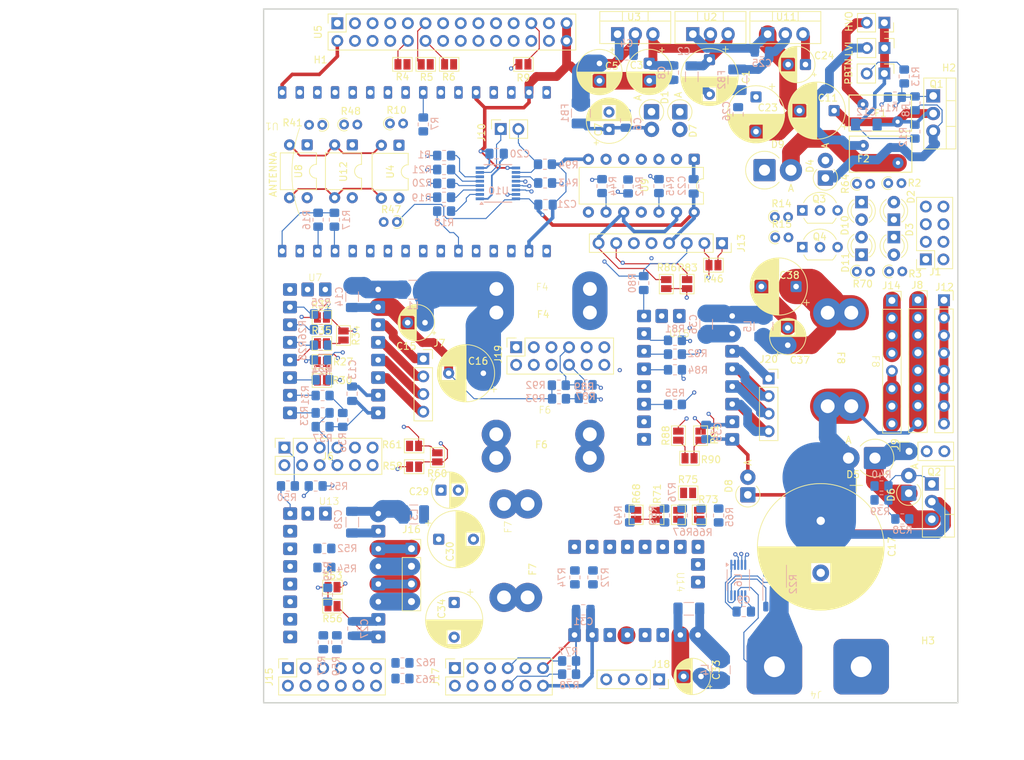
<source format=kicad_pcb>
(kicad_pcb (version 20241229) (generator "pcbnew") (generator_version "9.0")
  (layers (0 "F.Cu" signal) (4 "In1.Cu" signal) (6 "In2.Cu" signal) (2 "B.Cu" signal) (13 "F.Paste" user) (15 "B.Paste" user) (5 "F.SilkS" user "F.Silkscreen") (7 "B.SilkS" user "B.Silkscreen") (1 "F.Mask" user) (3 "B.Mask" user) (25 "Edge.Cuts" user))
  (net 0 "")
  (net 1 "/IOLV_IN")
  (net 2 "GND")
  (net 3 "/5v_compute")
  (net 4 "Net-(U3-VO)")
  (net 5 "/3v3_compute")
  (net 6 "/drivers/DRV_VIO_ISO")
  (net 7 "/drivers/motor_driver1/_Vmot")
  (net 8 "VMOT")
  (net 9 "Net-(U11-VO)")
  (net 10 "/drivers/motor_driver/_Vmot")
  (net 11 "/drivers/motor_driver2/_Vmot")
  (net 12 "/drivers/motor_driver3/_Vmot")
  (net 13 "Net-(D2-A)")
  (net 14 "Net-(D3-A)")
  (net 15 "+BATT")
  (net 16 "Net-(D4-A)")
  (net 17 "/MOTOR_POWER_RAIL")
  (net 18 "Net-(D6-A)")
  (net 19 "Net-(J3-Pin_2)")
  (net 20 "Net-(J5-Pin_2)")
  (net 21 "Net-(J2-Pin_2)")
  (net 22 "Net-(J6-Pin_10)")
  (net 23 "/drivers/motor_driver1/_MOSI")
  (net 24 "/drivers/motor_driver1/_STEP")
  (net 25 "Net-(J6-Pin_9)")
  (net 26 "/drivers/motor_driver1/_CLK_DCO")
  (net 27 "/drivers/motor_driver1/_DIR")
  (net 28 "/drivers/motor_driver1/_MISO")
  (net 29 "/drivers/DRV_ENABLE_ISO")
  (net 30 "Net-(J7-Pin_1)")
  (net 31 "Net-(J7-Pin_4)")
  (net 32 "Net-(J7-Pin_2)")
  (net 33 "Net-(J7-Pin_3)")
  (net 34 "Net-(J9-Pin_2)")
  (net 35 "Net-(J10-Pin_2)")
  (net 36 "Net-(J10-Pin_1)")
  (net 37 "/drivers/DRV_MOSI_LAST")
  (net 38 "/drivers/DRV_SCK_ISO")
  (net 39 "/drivers/DRV_CLK_ISO")
  (net 40 "/drivers/MCU_MISO_ISO")
  (net 41 "/drivers/DRV_CS_ISO")
  (net 42 "/drivers/motor_driver/_CLK_DCO")
  (net 43 "Net-(J15-Pin_9)")
  (net 44 "/drivers/motor_driver/_STEP")
  (net 45 "Net-(J15-Pin_10)")
  (net 46 "/drivers/motor_driver/_MISO")
  (net 47 "/drivers/motor_driver/_MOSI")
  (net 48 "/drivers/motor_driver/_DIR")
  (net 49 "Net-(J16-Pin_4)")
  (net 50 "Net-(J16-Pin_2)")
  (net 51 "Net-(J16-Pin_1)")
  (net 52 "Net-(J16-Pin_3)")
  (net 53 "/drivers/motor_driver2/_MOSI")
  (net 54 "/drivers/motor_driver2/_STEP")
  (net 55 "Net-(J17-Pin_9)")
  (net 56 "/drivers/motor_driver2/_DIR")
  (net 57 "/drivers/motor_driver2/_MISO")
  (net 58 "Net-(J17-Pin_10)")
  (net 59 "/drivers/motor_driver2/_CLK_DCO")
  (net 60 "Net-(J18-Pin_3)")
  (net 61 "Net-(J18-Pin_2)")
  (net 62 "Net-(J18-Pin_4)")
  (net 63 "Net-(J18-Pin_1)")
  (net 64 "/drivers/motor_driver3/_MOSI")
  (net 65 "/drivers/motor_driver3/_CLK_DCO")
  (net 66 "Net-(J19-Pin_9)")
  (net 67 "Net-(J19-Pin_10)")
  (net 68 "/drivers/motor_driver3/_STEP")
  (net 69 "/drivers/motor_driver3/_DIR")
  (net 70 "/drivers/motor_driver3/_MISO")
  (net 71 "Net-(J20-Pin_2)")
  (net 72 "Net-(J20-Pin_3)")
  (net 73 "Net-(J20-Pin_1)")
  (net 74 "Net-(J20-Pin_4)")
  (net 75 "Net-(U1-GPIO8{slash}PAD_COMP0{slash}SDIO_DATA0)")
  (net 76 "/DRIVER_SDO")
  (net 77 "Net-(U5-GPIO8)")
  (net 78 "Net-(U5-GPIO9)")
  (net 79 "/DRIVER_SCK")
  (net 80 "Net-(U5-GPIO10)")
  (net 81 "/DRIVER_SDI")
  (net 82 "Net-(U1-MTDO{slash}GPIO5{slash}LP_GPIO5{slash}LP_UART_TXD{slash}ADC1_CH4{slash}FSPIWP)")
  (net 83 "/BATT_ALERT")
  (net 84 "Net-(U5-GPIO28)")
  (net 85 "/DRIVER_CLOCK")
  (net 86 "Net-(R10-Pad2)")
  (net 87 "/AUX_PWR_ENABLE")
  (net 88 "Net-(R11-Pad1)")
  (net 89 "/AUX_PWR_RAIL")
  (net 90 "/IO_MP_ENABLE")
  (net 91 "/IO_DRV_ENABLE")
  (net 92 "/SDA")
  (net 93 "/SCL")
  (net 94 "/drivers/SDI")
  (net 95 "/drivers/SCK")
  (net 96 "/DRIVER_CS")
  (net 97 "/drivers/CS")
  (net 98 "/drivers/CLK")
  (net 99 "Net-(U6-Vin-)")
  (net 100 "Net-(U6-Vin+)")
  (net 101 "Net-(U7-EN)")
  (net 102 "Net-(U7-SDI{slash}CFG1)")
  (net 103 "Net-(U7-SCK{slash}CFG2)")
  (net 104 "Net-(U7-CSN{slash}CFG3)")
  (net 105 "Net-(U7-STEP)")
  (net 106 "/drivers/DRV_MOSI_ISO")
  (net 107 "Net-(U7-DIR)")
  (net 108 "Net-(R39-Pad2)")
  (net 109 "Net-(R41-Pad2)")
  (net 110 "Net-(U10-OUTB)")
  (net 111 "Net-(R42-Pad2)")
  (net 112 "Net-(U10-INE)")
  (net 113 "Net-(U10-OUTC)")
  (net 114 "Net-(R44-Pad1)")
  (net 115 "Net-(R45-Pad1)")
  (net 116 "Net-(U10-OUTD)")
  (net 117 "Net-(R48-Pad2)")
  (net 118 "Net-(U13-EN)")
  (net 119 "Net-(U13-SDI{slash}CFG1)")
  (net 120 "Net-(U13-SCK{slash}CFG2)")
  (net 121 "Net-(U13-CSN{slash}CFG3)")
  (net 122 "Net-(U13-STEP)")
  (net 123 "Net-(U13-DIR)")
  (net 124 "Net-(U14-EN)")
  (net 125 "Net-(U14-SDI{slash}CFG1)")
  (net 126 "Net-(U14-SCK{slash}CFG2)")
  (net 127 "Net-(U14-CSN{slash}CFG3)")
  (net 128 "Net-(U14-STEP)")
  (net 129 "Net-(U14-DIR)")
  (net 130 "Net-(U15-EN)")
  (net 131 "Net-(U15-SDI{slash}CFG1)")
  (net 132 "Net-(U15-SCK{slash}CFG2)")
  (net 133 "Net-(U15-CSN{slash}CFG3)")
  (net 134 "Net-(U15-STEP)")
  (net 135 "Net-(U15-DIR)")
  (net 137 "/GPIO0")
  (net 138 "/UART_RX")
  (net 139 "/RST")
  (net 140 "/GPIO26")
  (net 143 "/GPIO25")
  (net 144 "/GPIO1")
  (net 146 "/GPIO7")
  (net 148 "/UART_TX")
  (net 149 "/GPIO6")
  (net 150 "/WS281X_LED_CTRL")
  (net 154 "Net-(U7-CLK{slash}DCO)")
  (net 155 "Net-(U13-CLK{slash}DCO)")
  (net 156 "Net-(U14-CLK{slash}DCO)")
  (net 157 "Net-(U15-CLK{slash}DCO)")
  (net 158 "/drivers/motor_driver/MISO")
  (net 159 "/drivers/motor_driver1/MISO")
  (net 160 "Net-(C15-Pad1)")
  (net 161 "Net-(C29-Pad1)")
  (net 162 "Net-(C33-Pad1)")
  (net 163 "Net-(C37-Pad1)")
  (net 164 "Net-(D9-K)")
  (net 165 "Net-(D10-K)")
  (net 166 "Net-(D11-K)")
  (net 167 "Net-(J1-Pin_1)")
  (net 168 "Net-(Q3-B)")
  (net 169 "Net-(Q4-B)")
  (net 170 "Net-(J1-Pin_7)")
  (footprint "MountingHole:MountingHole_4.3mm_M4_ISO7380" (layer "F.Cu") (at 154.7 54.2)
    (property "Reference" "H1")
    (property "Value" "MountingHole_Pad_MP")
  )
  (footprint "Capacitor_THT:CP_Radial_D5.0mm_P2.50mm" (layer "F.Cu") (at 176.05 119.35)
    (property "Reference" "C29")
    (property "Value" "4.7uF")
  )
  (footprint "Package_TO_SOT_THT:TO-220-3_Vertical" (layer "F.Cu") (at 223.11 53.625)
    (property "Reference" "U11")
    (property "Value" "LM1117DT-3.3")
  )
  (footprint "Diode_THT:D_DO-201AD_P3.81mm_Vertical_AnodeUp" (layer "F.Cu") (at 238.56 114.725 180)
    (property "Reference" "D5")
    (property "Value" "D_Schottky")
  )
  (footprint "Capacitor_THT:CP_Radial_D6.3mm_P2.50mm" (layer "F.Cu") (at 200.25 67.35 90)
    (property "Reference" "C7")
    (property "Value" "100uF")
  )
  (footprint "Jumper:SolderJumper-2_P1.3mm_Open_Pad1.0x1.5mm" (layer "F.Cu") (at 210.25 122.9 -90)
    (property "Reference" "R76")
    (property "Value" "0")
  )
  (footprint "Package_DIP:DIP-4_W7.62mm" (layer "F.Cu") (at 163.275 69.58 -90)
    (property "Reference" "U12")
    (property "Value" "SFH617A-1")
  )
  (footprint "Capacitor_THT:CP_Radial_D8.0mm_P5.00mm" (layer "F.Cu") (at 214.725 57.297349 -90)
    (property "Reference" "C1")
    (property "Value" "100uF")
  )
  (footprint "Resistor_THT:R_Axial_DIN0204_L3.6mm_D1.6mm_P1.90mm_Vertical" (layer "F.Cu") (at 168.7 66.5)
    (property "Reference" "R10")
    (property "Value" "220R")
  )
  (footprint "Resistor_THT:R_Axial_DIN0204_L3.6mm_D1.6mm_P1.90mm_Vertical" (layer "F.Cu") (at 235.95 87.85)
    (property "Reference" "R70")
    (property "Value" "470R")
  )
  (footprint "Connector_PinSocket_2.54mm:PinSocket_1x04_P2.54mm_Vertical" (layer "F.Cu") (at 171.8 127.785)
    (property "Reference" "J16")
    (property "Value" "MOT_CON")
  )
  (footprint "Diode_THT:D_DO-41_SOD81_P2.54mm_Vertical_AnodeUp" (layer "F.Cu") (at 210.45 64.822818 -90)
    (property "Reference" "D7")
    (property "Value" "3.6v")
  )
  (footprint "Varistor:RV_Disc_D9mm_W5.2mm_P5mm" (layer "F.Cu") (at 241.825 66.25 180)
    (property "Reference" "F1")
    (property "Value" "Polyfuse")
  )
  (footprint "Connector_PinSocket_2.54mm:PinSocket_1x08_P2.54mm_Vertical" (layer "F.Cu") (at 216.53 83.75 -90)
    (property "Reference" "J13")
    (property "Value" "Conn_01x08_Pin")
  )
  (footprint "Connector_PinSocket_2.54mm:PinSocket_1x08_P2.54mm_Vertical" (layer "F.Cu") (at 241 92.01)
    (property "Reference" "J14")
    (property "Value" "IOLV / VIO")
  )
  (footprint "Resistor_THT:R_Axial_DIN0204_L3.6mm_D1.6mm_P1.90mm_Vertical" (layer "F.Cu") (at 240.6 87.825)
    (property "Reference" "R3")
    (property "Value" "220R")
  )
  (footprint "Capacitor_THT:CP_Radial_D6.3mm_P2.50mm" (layer "F.Cu") (at 206.05 57.825 -90)
    (property "Reference" "C3")
    (property "Value" "100uF")
  )
  (footprint "Connector:BATT_CONNECTOR" (layer "F.Cu") (at 236.575 144.8 180)
    (property "Reference" "J4")
    (property "Value" "BATT")
  )
  (footprint "Resistor_THT:R_Axial_DIN0204_L3.6mm_D1.6mm_P1.90mm_Vertical" (layer "F.Cu") (at 235.975 75.2)
    (property "Reference" "R64")
    (property "Value" "470R")
  )
  (footprint "LED_THT:LED_D3.0mm" (layer "F.Cu") (at 241.285 80.37 90)
    (property "Reference" "D2")
    (property "Value" "LED")
  )
  (footprint "Capacitor_THT:CP_Radial_D8.0mm_P5.00mm" (layer "F.Cu") (at 221.425 62.672349 -90)
    (property "Reference" "C23")
    (property "Value" "100uF")
  )
  (footprint "Jumper:SolderJumper-2_P1.3mm_Open_Pad1.0x1.5mm" (layer "F.Cu") (at 173.85 57.975 180)
    (property "Reference" "R5")
    (property "Value" "0")
  )
  (footprint "Jumper:SolderJumper-2_P1.3mm_Open_Pad1.0x1.5mm" (layer "F.Cu") (at 158.9 98.21 180)
    (property "Reference" "R35")
    (property "Value" "0")
  )
  (footprint "Capacitor_THT:CP_Radial_D8.0mm_P5.00mm" (layer "F.Cu") (at 227.2 90 180)
    (property "Reference" "C38")
    (property "Value" "100uF")
  )
  (footprint "MountingHole:MountingHole_4.3mm_M4_ISO7380" (layer "F.Cu") (at 246.2 145.8)
    (property "Reference" "H3")
    (property "Value" "MountingHole_Pad_MP")
  )
  (footprint "Jumper:SolderJumper-2_P1.3mm_Open_Pad1.0x1.5mm" (layer "F.Cu") (at 208.5 89.65 -90)
    (property "Reference" "R86")
    (property "Value" "0")
  )
  (footprint "Jumper:SolderJumper-2_P1.3mm_Open_Pad1.0x1.5mm" (layer "F.Cu") (at 207.15 122.9 -90)
    (property "Reference" "R71")
    (property "Value" "0")
  )
  (footprint "Capacitor_THT:CP_Radial_D6.3mm_P2.50mm" (layer "F.Cu") (at 198.875 57.842621 -90)
    (property "Reference" "C5")
    (property "Value" "100uF")
  )
  (footprint "Diode_THT:D_DO-41_SOD81_P2.54mm_Vertical_AnodeUp" (layer "F.Cu") (at 206.375 64.81 -90)
    (property "Reference" "D1")
    (property "Value" "3.6v")
  )
  (footprint "Connector_PinSocket_2.54mm:PinSocket_2x06_P2.54mm_Vertical" (layer "F.Cu") (at 186.88 98.75 90)
    (property "Reference" "J19")
    (property "Value" "Conn_02x06_Counter_Clockwise")
  )
  (footprint "Connector_PinSocket_2.54mm:PinSocket_1x04_P2.54mm_Vertical" (layer "F.Cu") (at 173.5 100.42)
    (property "Reference" "J7")
    (property "Value" "MOT_CON")
  )
  (footprint "Jumper:SolderJumper-2_P1.3mm_Open_Pad1.0x1.5mm" (layer "F.Cu") (at 160.425 136.075 180)
    (property "Reference" "R56")
    (property "Value" "0")
  )
  (footprint "Package_DIP:DIP-14_W7.62mm" (layer "F.Cu") (at 212.525 71.655 -90)
    (property "Reference" "U9")
    (property "Value" "74LVC125")
  )
  (footprint "Connector_PinSocket_2.54mm:PinSocket_1x02_P2.54mm_Vertical" (layer "F.Cu") (at 184.66 67.3 90)
    (property "Reference" "J10")
    (property "Value" "Conn_01x02_Pin")
  )
  (footprint "Resistor_THT:R_Axial_DIN0204_L3.6mm_D1.6mm_P1.90mm_Vertical" (layer "F.Cu") (at 158.95 66.7 180)
    (property "Reference" "R41")
    (property "Value" "220R")
  )
  (footprint "Diode_THT:D_DO-41_SOD81_P2.54mm_Vertical_AnodeUp" (layer "F.Cu") (at 231.425 74.365 90)
    (property "Reference" "D4")
    (property "Value" "Zen_12v")
  )
  (footprint "Resistor_THT:R_Axial_DIN0204_L3.6mm_D1.6mm_P1.90mm_Vertical" (layer "F.Cu") (at 224.2 82.925)
    (property "Reference" "R15")
    (property "Value" "1k")
  )
  (footprint "Resistor_THT:R_Axial_DIN0204_L3.6mm_D1.6mm_P1.90mm_Vertical" (layer "F.Cu") (at 162.1 66.65)
    (property "Reference" "R48")
    (property "Value" "220R")
  )
  (footprint "Capacitor_THT:CP_Radial_D5.0mm_P2.50mm" (layer "F.Cu") (at 226 98.455112 90)
    (property "Reference" "C37")
    (property "Value" "4.7uF")
  )
  (footprint "Connector_PinSocket_2.54mm:PinSocket_1x08_P2.54mm_Vertical" (layer "F.Cu") (at 248.5 91.97)
    (property "Reference" "J12")
    (property "Value" "GND")
  )
  (footprint "Jumper:SolderJumper-2_P1.3mm_Open_Pad1.0x1.5mm" (layer "F.Cu") (at 204.15 122.9 -90)
    (property "Reference" "R68")
    (property "Value" "0")
  )
  (footprint "Package_TO_SOT_THT:TO-220-3_Vertical" (layer "F.Cu") (at 201.495 53.625)
    (property "Reference" "U3")
    (property "Value" "LM1117DT-3.3")
  )
  (footprint "Jumper:SolderJumper-2_P1.3mm_Open_Pad1.0x1.5mm" (layer "F.Cu") (at 210.24 111.4925 90)
    (property "Reference" "R88")
    (property "Value" "0")
  )
  (footprint "Resistor_THT:R_Axial_DIN0204_L3.6mm_D1.6mm_P1.90mm_Vertical" (layer "F.Cu") (at 169.7 80.7 180)
    (property "Reference" "R47")
    (property "Value" "1k")
  )
  (footprint "LED_THT:LED_D3.0mm" (layer "F.Cu") (at 236.625 77.83 -90)
    (property "Reference" "D10")
    (property "Value" "LED")
  )
  (footprint "Jumper:SolderJumper-2_P1.3mm_Open_Pad1.0x1.5mm" (layer "F.Cu") (at 211.5 89.65 -90)
    (property "Reference" "R83")
    (property "Value" "0")
  )
  (footprint "Jumper:SolderJumper-2_P1.3mm_Open_Pad1.0x1.5mm" (layer "F.Cu") (at 160.425 133.325 180)
    (property "Reference" "R53")
    (property "Value" "0")
  )
  (footprint "Capacitor_THT:CP_Radial_D8.0mm_P5.00mm" (layer "F.Cu") (at 182.152651 102.5 180)
    (property "Reference" "C16")
    (property "Value" "100uF")
  )
  (footprint "Jumper:SolderJumper-2_P1.3mm_Open_Pad1.0x1.5mm" (layer "F.Cu") (at 211.65 119.75 180)
    (property "Reference" "R75")
    (property "Value" "0")
  )
  (footprint "Fuse:XFCN XF-508P-A-B" (layer "F.Cu") (at 235.15 93.78 -90)
    (property "Reference" "F8")
    (property "Value" "Fuse")
  )
  (footprint "Diode_THT:D_DO-41_SOD81_P2.54mm_Vertical_AnodeUp" (layer "F.Cu") (at 243.425 119.79 90)
    (property "Reference" "D6")
    (property "Value" "Zener-12v")
  )
  (footprint "Jumper:SolderJumper-2_P1.3mm_Open_Pad1.0x1.5mm" (layer "F.Cu") (at 211.85 114.75)
    (property "Reference" "R90")
    (property "Value" "0")
  )
  (footprint "Jumper:SolderJumper-2_P1.3mm_Open_Pad1.0x1.5mm" (layer "F.Cu") (at 170.5 57.975 180)
    (property "Reference" "R4")
    (property "Value" "0")
  )
  (footprint "Diode_THT:D_DO-41_SOD81_P2.54mm_Vertical_AnodeUp" (layer "F.Cu") (at 220.25 120.027183 90)
    (property "Reference" "D8")
    (property "Value" "60V")
  )
  (footprint "Jumper:SolderJumper-2_P1.3mm_Open_Pad1.0x1.5mm" (layer "F.Cu") (at 172.175 112.975 180)
    (property "Reference" "R61")
    (property "Value" "0")
  )
  (footprint "Varistor:RV_Disc_D9mm_W5.2mm_P5mm" (layer "F.Cu") (at 236.875 69.675)
    (property "Reference" "F2")
    (property "Value" "Polyfuse")
  )
  (footprint "Jumper:SolderJumper-2_P1.3mm_Open_Pad1.0x1.5mm" (layer "F.Cu") (at 215.3 86.925)
    (property "Reference" "R46")
    (property "Value" "0")
  )
  (footprint "RF_Module:ESP32-C5-DevKitC-1-v1.2" (layer "F.Cu") (at 153.17 84.885 90)
    (property "Reference" "U1")
    (property "Value" "~")
  )
  (footprint "Fuse:XFCN XF-508P-A-B" (layer "F.Cu") (at 184.03 90.35)
    (property "Reference" "F4")
    (property "Value" "Fuse")
  )
  (footprint "MountingHole:MountingHole_4.3mm_M4_ISO7380" (layer "F.Cu") (at 246.025 54.475)
    (property "Reference" "H2")
    (property "Value" "MountingHole_Pad_MP")
  )
  (footprint "Package_DIP:DIP-4_W7.62mm" (layer "F.Cu") (at 156.775 69.58 -90)
    (property "Reference" "U8")
    (property "Value" "SFH617A-1")
  )
  (footprint "Module:BTT-TMC5160PRO-v1.0" (layer "F.Cu") (at 215.6075 124.985 -90)
    (property "Reference" "U14")
    (property "Value" "BTT TMC5160 Pro")
  )
  (footprint "Capacitor_THT:CP_Radial_D18.0mm_P7.50mm" (layer "F.Cu") (at 230.75 123.77222 -90)
    (property "Reference" "C17")
    (property "Value" "1000uF")
  )
  (footprint "Connector_PinHeader_2.54mm:PinHeader_1x02_P2.54mm_Vertical" (layer "F.Cu") (at 239.915 59.3 -90)
    (property "Reference" "J2")
    (property "Value" "EXT_PWR_BTN")
  )
  (footprint "Capacitor_THT:CP_Radial_D8.0mm_P5.00mm" (layer "F.Cu") (at 175.725 126.425)
    (property "Reference" "C30")
    (property "Value" "100uF")
  )
  (footprint "Connector_PinSocket_2.54mm:PinSocket_2x04_P2.54mm_Vertical" (layer "F.Cu") (at 245.885 86.095 180)
    (property "Reference" "J1")
    (property "Value" "STATUS")
  )
  (footprint "Module:BTT-TMC5160PRO-v1.0" (layer "F.Cu") (at 151.76 87.89)
    (property "Reference" "U7")
    (property "Value" "BTT TMC5160 Pro")
  )
  (footprint "Jumper:SolderJumper-2_P1.3mm_Open_Pad1.0x1.5mm" (layer "F.Cu") (at 158.9 100.85)
    (property "Reference" "R27")
    (property "Value" "0")
  )
  (footprint "Jumper:SolderJumper-2_P1.3mm_Open_Pad1.0x1.5mm" (layer "F.Cu") (at 172.175 115.975 180)
    (property "Reference" "R58")
    (property "Value" "0")
  )
  (footprint "Jumper:SolderJumper-2_P1.3mm_Open_Pad1.0x1.5mm" (layer "F.Cu") (at 175.525 114.625 90)
    (property "Reference" "R60")
    (property "Value" "0")
  )
  (footprint "Package_TO_SOT_THT:TO-92_Inline_Wide" (layer "F.Cu") (at 228.1 84.325)
    (property "Reference" "Q4")
    (property "Value" "2N3904")
  )
  (footprint "Package_TO_SOT_THT:TO-220-3_Vertical" (layer "F.Cu") (at 246.75 118.46 -90)
    (property "Reference" "Q2")
    (property "Value" "PMOS_GDS")
  )
  (footprint "Jumper:SolderJumper-2_P1.3mm_Open_Pad1.0x1.5mm" (layer "F.Cu") (at 177.225 57.975 180)
    (property "Reference" "R6")
    (property "Value" "0")
  )
  (footprint "Diode_THT:D_DO-201AD_P3.81mm_Vertical_AnodeUp" (layer "F.Cu") (at 222.65 73.225)
    (property "Reference" "D9")
    (property "Value" "D_Schottky")
  )
  (footprint "Connector_PinSocket_2.54mm:PinSocket_2x06_P2.54mm_Vertical" (layer "F.Cu") (at 154 145 90)
    (property "Reference" "J15")
    (property "Value" "Conn_02x06_Counter_Clockwise")
  )
  (footprint "Jumper:SolderJumper-2_P1.3mm_Open_Pad1.0x1.5mm" (layer "F.Cu") (at 187.925 57.975)
    (property "Reference" "R9")
    (property "Value" "0")
  )
  (footprint "Capacitor_THT:CP_Radial_D8.0mm_P5.00mm" (layer "F.Cu") (at 232.677651 64.65 180)
    (property "Reference" "C11")
    (property "Value" "100uF")
  )
  (footprint "Package_TO_SOT_THT:TO-92_Inline_Wide" (layer "F.Cu") (at 228.1 79.025)
    (property "Reference" "Q3")
    (property "Value" "2N3904")
  )
  (footprint "Module:BTT-TMC5160PRO-v1.0" (layer "F.Cu") (at 151.785 120.185)
    (property "Reference" "U13")
    (property "Value" "BTT TMC5160 Pro")
  )
  (footprint "Fuse:XFCN XF-508P-A-B" (layer "F.Cu") (at 184.015 111.3)
    (property "Reference" "F6")
    (property "Value" "Fuse")
  )
  (footprint "Resistor_THT:R_Axial_DIN0204_L3.6mm_D1.6mm_P1.90mm_Vertical" (layer "F.Cu") (at 224.15 79.975)
    (property "Reference" "R14")
    (property "Value" "1k")
  )
  (footprint "Package_TO_SOT_THT:TO-220-3_Vertical" (layer "F.Cu") (at 246.95 62.525 -90)
    (property "Reference" "Q1")
    (property "Value" "Q_PMOS_GDS")
  )
  (footprint "Fuse:XFCN XF-508P-A-B" (layer "F.Cu") (at 185.125 134.81 90)
    (property "Reference" "F7")
    (property "Value" "Fuse")
  )
  (footprint "Jumper:SolderJumper-2_P1.3mm_Open_Pad1.0x1.5mm" (layer "F.Cu") (at 158.9 94.46 180)
    (property "Reference" "R32")
    (property "Value" "0")
  )
  (footprint "Package_TO_SOT_THT:TO-220-3_Vertical" (layer "F.Cu") (at 212.325 53.625)
    (property "Reference" "U2")
    (property "Value" "LM1117DT-5.0")
  )
  (footprint "Capacitor_THT:CP_Radial_D8.0mm_P5.00mm" (layer "F.Cu") (at 177.95 135.547349 -90)
    (property "Reference" "C34")
    (property "Value" "100uF")
  )
  (footprint "Package_DIP:DIP-4_W7.62mm" (layer "F.Cu") (at 170 69.635 -90)
    (property "Reference" "U4")
    (property "Value" "SFH617A-1")
  )
  (footprint "Connector_PinHeader_2.54mm:PinHeader_1x02_P2.54mm_Vertical" (layer "F.Cu") (at 239.94 55.625 -90)
    (property "Reference" "J3")
    (property "Value" "IOLV_IN")
  )
  (footprint "Connector_PinSocket_2.54mm:PinSocket_1x02_P2.54mm_Vertical" (layer "F.Cu") (at 239.915 51.975 -90)
    (property "Reference" "J5")
    (property "Value" "BATT_OUT")
  )
  (footprint "LED_THT:LED_D3.0mm" (layer "F.Cu") (at 236.625 85.42 90)
    (property "Reference" "D11")
    (property "Value" "LED")
  )
  (footprint "Jumper:SolderJumper-2_P1.3mm_Open_Pad1.0x1.5mm" (layer "F.Cu") (at 158.9 103.525)
    (property "Reference" "R30")
    (property "Value" "0")
  )
  (footprint "Jumper:SolderJumper-2_P1.3mm_Open_Pad1.0x1.5mm" (layer "F.Cu") (at 213.25 122.9 -90)
    (property "Reference" "R73")
    (property "Value" "0")
  )
  (footprint "Jumper:SolderJumper-2_P1.3mm_Open_Pad1.0x1.5mm" (layer "F.Cu") (at 213.45 111.4925 90)
    (property "Reference" "R91")
    (property "Value" "0")
  )
  (footprint "Capacitor_THT:CP_Radial_D5.0mm_P2.50mm" (layer "F.Cu") (at 173.75 95.21 180)
    (property "Reference" "C15")
    (property "Value" "4.7uF")
  )
  (footprint "Connector_PinSocket_2.54mm:PinSocket_2x06_P2.54mm_Vertical" (layer "F.Cu") (at 178.05 145 90)
    (property "Reference" "J17")
    (property "Value" "Conn_02x06_Counter_Clockwise")
  )
  (footprint "Module:BTT-TMC5160PRO-v1.0" (layer "F.Cu") (at 202.76 91.71)
    (property "Reference" "U15")
    (property "Value" "BTT TMC5160 Pro")
  )
  (footprint "Connector_PinSocket_2.54mm:PinSocket_1x04_P2.54mm_Vertical" (layer "F.Cu") (at 207.475 146.625 -90)
    (property "Reference" "J18")
    (property "Value" "MOT_CON")
  )
  (footprint "Connector_PinSocket_2.54mm:PinSocket_1x04_P2.54mm_Vertical" (layer "F.Cu") (at 223.25 103.25)
    (property "Reference" "J20")
    (property "Value" "MOT_CON")
  )
  (footprint "Connector_PinSocket_2.54mm:PinSocket_2x14_P2.54mm_Vertical" (layer "F.Cu") (at 161.12 52.05 90)
    (property "Reference" "U5")
    (property "Value" "DBG_HDR")
  )
  (footprint "Resistor_THT:R_Axial_DIN0204_L3.6mm_D1.6mm_P1.90mm_Vertical" (layer "F.Cu") (at 240.475 75.1)
    (property "Reference" "R2")
    (property "Value" "470R")
  )
  (footprint "Capacitor_THT:CP_Radial_D5.0mm_P2.50mm" (layer "F.Cu") (at 213.5 146.2 180)
    (property "Reference" "C33")
    (property "Value" "4.7uF")
  )
  (footprint "Jumper:SolderJumper-2_P1.3mm_Open_Pad1.0x1.5mm" (layer "F.Cu") (at 162 97.06 -90)
    (property "Reference" "R34")
    (property "Value" "0")
  )
  (footprint "Connector_PinSocket_2.54mm:PinSocket_2x06_P2.54mm_Vertical" (layer "F.Cu") (at 153.5 113.21 90)
    (property "Reference" "J6")
    (property "Value" "Conn_02x06_Counter_Clockwise")
  )
  (footprint "Capacitor_THT:CP_Radial_D5.0mm_P2.50mm" (layer "F.Cu") (at 228.55 58 180)
    (property "Reference" "C24")
    (property "Value" "10uF")
  )
  (footprint "Connector_PinSocket_2.54mm:PinSocket_1x08_P2.54mm_Vertical" (layer "F.Cu") (at 244.75 91.93)
    (property "Reference" "J8")
    (property "Value" "VMOT")
  )
  (footprint "LED_THT:LED_D3.0mm" (layer "F.Cu") (at 241.285 82.88 -90)
    (property "Reference" "D3")
    (property "Value" "LED")
  )
  (footprint "Connector_PinSocket_2.54mm:PinSocket_1x03_P2.54mm_Vertical" (layer "F.Cu") (at 243.475 113.75 90)
    (property "Reference" "J9")
    (property "Value" "BP_MOTOR_ENABLE")
  )
  (footprint "Resistor_SMD:R_0805_2012Metric_Pad1.20x1.40mm_HandSolder" (layer "B.Cu") (at 161.9 109.225 -90)
    (property "Reference" "R36")
    (property "Value" "100k")
  )
  (footprint "Inductor_SMD:L_1210_3225Metric_Pad1.42x2.65mm_HandSolder" (layer "B.Cu") (at 222.5 95.7375 -90)
    (property "Reference" "L5")
    (property "Value" "ferrite")
  )
  (footprint "Resistor_SMD:R_0805_2012Metric_Pad1.20x1.40mm_HandSolder" (layer "B.Cu") (at 239.5 120.75 180)
    (property "Reference" "R39")
    (property "Value" "10k")
  )
  (footprint "Resistor_SMD:R_0805_2012Metric_Pad1.20x1.40mm_HandSolder" (layer "B.Cu") (at 244.325 63.6 90)
    (property "Reference" "R8")
    (property "Value" "100k")
  )
  (footprint "Resistor_SMD:R_0805_2012Metric_Pad1.20x1.40mm_HandSolder" (layer "B.Cu") (at 242.775 59.725 90)
    (property "Reference" "R13")
    (property "Value" "10k")
  )
  (footprint "Inductor_SMD:L_1210_3225Metric_Pad1.42x2.65mm_HandSolder" (layer "B.Cu") (at 172.125 122.85)
    (property "Reference" "L3")
    (property "Value" "ferrite")
  )
  (footprint "Resistor_SMD:R_0805_2012Metric_Pad1.20x1.40mm_HandSolder" (layer "B.Cu") (at 196.9 106.1)
    (property "Reference" "R89")
    (property "Value" "33R")
  )
  (footprint "Resistor_SMD:R_0805_2012Metric_Pad1.20x1.40mm_HandSolder" (layer "B.Cu") (at 176.5 77.135)
    (property "Reference" "R19")
    (property "Value" "33R")
  )
  (footprint "Resistor_SMD:R_0805_2012Metric_Pad1.20x1.40mm_HandSolder" (layer "B.Cu") (at 170.5 146.5)
    (property "Reference" "R63")
    (property "Value" "100k")
  )
  (footprint "Capacitor_SMD:C_0805_2012Metric_Pad1.18x1.45mm_HandSolder" (layer "B.Cu") (at 163.35 139.3 90)
    (property "Reference" "C27")
    (property "Value" "100nF")
  )
  (footprint "Resistor_SMD:R_0805_2012Metric_Pad1.20x1.40mm_HandSolder" (layer "B.Cu") (at 210.79 123 -90)
    (property "Reference" "R67")
    (property "Value" "33R")
  )
  (footprint "Resistor_SMD:R_0805_2012Metric_Pad1.20x1.40mm_HandSolder" (layer "B.Cu") (at 205.25 89.5 -90)
    (property "Reference" "R80")
    (property "Value" "33R")
  )
  (footprint "Resistor_SMD:R_0805_2012Metric_Pad1.20x1.40mm_HandSolder" (layer "B.Cu") (at 242.5 123.5 180)
    (property "Reference" "R38")
    (property "Value" "100k")
  )
  (footprint "Capacitor_SMD:C_1206_3216Metric_Pad1.33x1.80mm_HandSolder" (layer "B.Cu") (at 214.25 95.4375 -90)
    (property "Reference" "C36")
    (property "Value" "100nF")
  )
  (footprint "Resistor_SMD:R_0805_2012Metric_Pad1.20x1.40mm_HandSolder" (layer "B.Cu") (at 158.75 100.575 180)
    (property "Reference" "R24")
    (property "Value" "33R")
  )
  (footprint "Resistor_SMD:R_0805_2012Metric_Pad1.20x1.40mm_HandSolder" (layer "B.Cu") (at 161.05 141.275 90)
    (property "Reference" "R59")
    (property "Value" "33R")
  )
  (footprint "Resistor_SMD:R_0805_2012Metric_Pad1.20x1.40mm_HandSolder" (layer "B.Cu") (at 176.5 73.135)
    (property "Reference" "R21")
    (property "Value" "33R")
  )
  (footprint "Capacitor_SMD:C_1206_3216Metric_Pad1.33x1.80mm_HandSolder" (layer "B.Cu") (at 237.3125 66.675 180)
    (property "Reference" "C12")
    (property "Value" "100nF")
  )
  (footprint "Resistor_SMD:R_0805_2012Metric_Pad1.20x1.40mm_HandSolder" (layer "B.Cu") (at 159 108.21 180)
    (property "Reference" "R33")
    (property "Value" "33R")
  )
  (footprint "Resistor_SMD:R_0805_2012Metric_Pad1.20x1.40mm_HandSolder" (layer "B.Cu") (at 209.75 97.75 180)
    (property "Reference" "R81")
    (property "Value" "33R")
  )
  (footprint "Resistor_SMD:R_0805_2012Metric_Pad1.20x1.40mm_HandSolder" (layer "B.Cu") (at 216.04 123 -90)
    (property "Reference" "R65")
    (property "Value" "33R")
  )
  (footprint "Resistor_SMD:R_0805_2012Metric_Pad1.20x1.40mm_HandSolder" (layer "B.Cu") (at 208.25 123 -90)
    (property "Reference" "R69")
    (property "Value" "33R")
  )
  (footprint "Resistor_SMD:R_0805_2012Metric_Pad1.20x1.40mm_HandSolder" (layer "B.Cu") (at 159.1 141.275 90)
    (property "Reference" "R57")
    (property "Value" "33R")
  )
  (footprint "Resistor_SMD:R_0805_2012Metric_Pad1.20x1.40mm_HandSolder" (layer "B.Cu") (at 173.5 66.635 -90)
    (property "Reference" "R7")
    (property "Value" "33R")
  )
  (footprint "Resistor_SMD:R_0805_2012Metric_Pad1.20x1.40mm_HandSolder" (layer "B.Cu") (at 159 103.46 180)
    (property "Reference" "R23")
    (property "Value" "33R")
  )
  (footprint "Resistor_SMD:R_0805_2012Metric_Pad1.20x1.40mm_HandSolder" (layer "B.Cu") (at 209.75 102 180)
    (property "Reference" "R84")
    (property "Value" "33R")
  )
  (footprint "Resistor_SMD:R_0805_2012Metric_Pad1.20x1.40mm_HandSolder" (layer "B.Cu") (at 159 110.21)
    (property "Reference" "R37")
    (property "Value" "100k")
  )
  (footprint "Inductor_SMD:L_1210_3225Metric_Pad1.42x2.65mm_HandSolder" (layer "B.Cu") (at 172 90.46)
    (property "Reference" "L1")
    (property "Value" "ferrite")
  )
  (footprint "Resistor_SMD:R_0805_2012Metric_Pad1.20x1.40mm_HandSolder" (layer "B.Cu") (at 196.875 104.175)
    (property "Reference" "R87")
    (property "Value" "33R")
  )
  (footprint "Resistor_SMD:R_0805_2012Metric_Pad1.20x1.40mm_HandSolder" (layer "B.Cu") (at 209.75 107 180)
    (property "Reference" "R55")
    (property "Value" "33R")
  )
  (footprint "Resistor_SMD:R_0805_2012Metric_Pad1.20x1.40mm_HandSolder" (layer "B.Cu") (at 158.35 80.375 90)
    (property "Reference" "R16")
    (property "Value" "10k")
  )
  (footprint "Capacitor_SMD:C_1206_3216Metric_Pad1.33x1.80mm_HandSolder" (layer "B.Cu") (at 163.25 91.46 -90)
    (property "Reference" "C14")
    (property "Value" "100nF")
  )
  (footprint "Resistor_SMD:R_0805_2012Metric_Pad1.20x1.40mm_HandSolder" (layer "B.Cu") (at 191.05 75.075)
    (property "Reference" "R43")
    (property "Value" "33R")
  )
  (footprint "Resistor_SMD:R_0805_2012Metric_Pad1.20x1.40mm_HandSolder" (layer "B.Cu") (at 207.445 75.525 90)
    (property "Reference" "R45")
    (property "Value" "33R")
  )
  (footprint "Resistor_SMD:R_0805_2012Metric_Pad1.20x1.40mm_HandSolder" (layer "B.Cu") (at 203.25 123 -90)
    (property "Reference" "R49")
    (property "Value" "33R")
  )
  (footprint "Resistor_SMD:R_0805_2012Metric_Pad1.20x1.40mm_HandSolder" (layer "B.Cu") (at 191.025 72.375 180)
    (property "Reference" "R94")
    (property "Value" "100k")
  )
  (footprint "Resistor_SMD:R_0805_2012Metric_Pad1.20x1.40mm_HandSolder" (layer "B.Cu") (at 213.54 123 -90)
    (property "Reference" "R66")
    (property "Value" "33R")
  )
  (footprint "Inductor_SMD:L_1210_3225Metric_Pad1.42x2.65mm_HandSolder" (layer "B.Cu") (at 196.2 65.0125 -90)
    (property "Reference" "FB1")
    (property "Value" "FB")
  )
  (footprint "Resistor_SMD:R_0805_2012Metric_Pad1.20x1.40mm_HandSolder" (layer "B.Cu") (at 244.3 67.675 -90)
    (property "Reference" "R12")
    (property "Value" "100k")
  )
  (footprint "Capacitor_SMD:C_0805_2012Metric_Pad1.18x1.45mm_HandSolder" (layer "B.Cu") (at 218.85 65.1875 -90)
    (property "Reference" "C26")
    (property "Value" "100nF")
  )
  (footprint "Resistor_SMD:R_0805_2012Metric_Pad1.20x1.40mm_HandSolder" (layer "B.Cu") (at 176.5 71.125 180)
    (property "Reference" "R1")
    (property "Value" "33R")
  )
  (footprint "Resistor_SMD:R_0805_2012Metric_Pad1.20x1.40mm_HandSolder" (layer "B.Cu") (at 159.25 127.75 180)
    (property "Reference" "R52")
    (property "Value" "33R")
  )
  (footprint "Resistor_SMD:R_0805_2012Metric_Pad1.20x1.40mm_HandSolder" (layer "B.Cu") (at 195.3375 131.925 90)
    (property "Reference" "R74")
    (property "Value" "33R")
  )
  (footprint "Resistor_SMD:R_0805_2012Metric_Pad1.20x1.40mm_HandSolder" (layer "B.Cu") (at 176.5 75.135)
    (property "Reference" "R20")
    (property "Value" "33R")
  )
  (footprint "Resistor_SMD:R_0805_2012Metric_Pad1.20x1.40mm_HandSolder" (layer "B.Cu") (at 194.5 145.875)
    (property "Reference" "R78")
    (property "Value" "100k")
  )
  (footprint "Capacitor_SMD:C_1206_3216Metric_Pad1.33x1.80mm_HandSolder" (layer "B.Cu") (at 163.275 123.9625 -90)
    (property "Reference" "C28")
    (property "Value" "100nF")
  )
  (footprint "Capacitor_SMD:C_0805_2012Metric_Pad1.18x1.45mm_HandSolder" (layer "B.Cu") (at 212.445 75.5625 90)
    (property "Reference" "C22")
    (property "Value" "100nF")
  )
  (footprint "Capacitor_SMD:C_0805_2012Metric_Pad1.18x1.45mm_HandSolder" (layer "B.Cu") (at 184.0625 70.85)
    (property "Reference" "C20")
    (property "Value" "100nF")
  )
  (footprint "Inductor_SMD:L_1210_3225Metric_Pad1.42x2.65mm_HandSolder" (layer "B.Cu") (at 218.75 60.2 -90)
    (property "Reference" "FB2")
    (property "Value" "FB")
  )
  (footprint "Capacitor_SMD:C_0805_2012Metric_Pad1.18x1.45mm_HandSolder" (layer "B.Cu") (at 214.25 110.9625 90)
    (property "Reference" "C35")
    (property "Value" "100nF")
  )
  (footprint "Capacitor_SMD:C_0805_2012Metric_Pad1.18x1.45mm_HandSolder" (layer "B.Cu") (at 191.1 78.2)
    (property "Reference" "C21")
    (property "Value" "100nF")
  )
  (footprint "Resistor_SMD:R_0805_2012Metric_Pad1.20x1.40mm_HandSolder" (layer "B.Cu") (at 154 118.75 180)
    (property "Reference" "R50")
    (property "Value" "33R")
  )
  (footprint "Capacitor_SMD:C_0805_2012Metric_Pad1.18x1.45mm_HandSolder" (layer "B.Cu") (at 163.25 105.45 90)
    (property "Reference" "C13")
    (property "Value" "100nF")
  )
  (footprint "Resistor_SMD:R_0805_2012Metric_Pad1.20x1.40mm_HandSolder" (layer "B.Cu") (at 194.5 143.975)
    (property "Reference" "R77")
    (property "Value" "100k")
  )
  (footprint "Resistor_SMD:R_0805_2012Metric_Pad1.20x1.40mm_HandSolder" (layer "B.Cu") (at 158.75 98.46 180)
    (property "Reference" "R28")
    (property "Value" "33R")
  )
  (footprint "Resistor_SMD:R_0805_2012Metric_Pad1.20x1.40mm_HandSolder" (layer "B.Cu") (at 241.425 62.7)
    (property "Reference" "R11")
    (property "Value" "10k")
  )
  (footprint "Package_SO:SSOP-16_3.9x4.9mm_P0.635mm" (layer "B.Cu") (at 184.25 75.135)
    (property "Reference" "U10")
    (property "Value" "ISO7762DBQ")
  )
  (footprint "Resistor_SMD:R_0805_2012Metric_Pad1.20x1.40mm_HandSolder" (layer "B.Cu") (at 158.75 93.96 180)
    (property "Reference" "R25")
    (property "Value" "33R")
  )
  (footprint "Capacitor_SMD:C_0805_2012Metric_Pad1.18x1.45mm_HandSolder" (layer "B.Cu") (at 209.525 59.175 -90)
    (property "Reference" "C8")
    (property "Value" "100nF")
  )
  (footprint "Resistor_SMD:R_0805_2012Metric_Pad1.20x1.40mm_HandSolder" (layer "B.Cu") (at 160.7 80.375 90)
    (property "Reference" "R17")
    (property "Value" "10k")
  )
  (footprint "Resistor_SMD:R_0805_2012Metric_Pad1.20x1.40mm_HandSolder" (layer "B.Cu") (at 203 75.575 90)
    (property "Reference" "R42")
    (property "Value" "33R")
  )
  (footprint "Inductor_SMD:L_1210_3225Metric_Pad1.42x2.65mm_HandSolder" (layer "B.Cu") (at 216.35 145.25 -90)
    (property "Reference" "L4")
    (property "Value" "ferrite")
  )
  (footprint "Capacitor_SMD:C_0805_2012Metric_Pad1.18x1.45mm_HandSolder" (layer "B.Cu") (at 219.6625 136.85 180)
    (property "Reference" "C9")
    (property "Value" "100nF")
  )
  (footprint "Resistor_SMD:R_0805_2012Metric_Pad1.20x1.40mm_HandSolder" (layer "B.Cu") (at 193.025 104.225 180)
    (property "Reference" "R92")
    (property "Value" "100k")
  )
  (footprint "Resistor_SMD:R_0805_2012Metric_Pad1.20x1.40mm_HandSolder" (layer "B.Cu") (at 159 105.71 180)
    (property "Reference" "R31")
    (property "Value" "33R")
  )
  (footprint "Resistor_SMD:R_0805_2012Metric_Pad1.20x1.40mm_HandSolder" (layer "B.Cu") (at 199.25 75.525 90)
    (property "Reference" "R44")
    (property "Value" "33R")
  )
  (footprint "Resistor_SMD:R_0805_2012Metric_Pad1.20x1.40mm_HandSolder" (layer "B.Cu") (at 158.75 96.21 180)
    (property "Reference" "R26")
    (property "Value" "33R")
  )
  (footprint "Resistor_SMD:R_0805_2012Metric_Pad1.20x1.40mm_HandSolder" (layer "B.Cu") (at 159.7 134.425 -90)
    (property "Reference" "R29")
    (property "Value" "33R")
  )
  (footprint "Capacitor_SMD:C_0805_2012Metric_Pad1.18x1.45mm_HandSolder" (layer "B.Cu") (at 202.65 66.075 90)
    (property "Reference" "C6")
    (property "Value" "100nF")
  )
  (footprint "Resistor_SMD:R_0805_2012Metric_Pad1.20x1.40mm_HandSolder" (layer "B.Cu") (at 209.75 99.75 180)
    (property "Reference" "R82")
    (property "Value" "33R")
  )
  (footprint "Resistor_SMD:R_0805_2012Metric_Pad1.20x1.40mm_HandSolder" (layer "B.Cu") (at 193.05 106.175 180)
    (property "Reference" "R93")
    (property "Value" "100k")
  )
  (footprint "Package_SO:VSSOP-10_3x3mm_P0.5mm" (layer "B.Cu") (at 218.875 132.3125 -90)
    (property "Reference" "U6")
    (property "Value" "INA228")
  )
  (footprint "Resistor_SMD:R_0805_2012Metric_Pad1.20x1.40mm_HandSolder" (layer "B.Cu") (at 170.5 144.25)
    (property "Reference" "R62")
    (property "Value" "100k")
  )
  (footprint "Resistor_SMD:R_0805_2012Metric_Pad1.20x1.40mm_HandSolder" (layer "B.Cu") (at 176.5 79.135)
    (property "Reference" "R18")
    (property "Value" "33R")
  )
  (footprint "Capacitor_SMD:C_1206_3216Metric_Pad1.33x1.80mm_HandSolder" (layer "B.Cu") (at 212.175 59.759849 -90)
    (property "Reference" "C2")
    (property "Value" "100nF")
  )
  (footprint "Resistor_SMD:R_0805_2012Metric_Pad1.20x1.40mm_HandSolder" (layer "B.Cu") (at 197.9375 131.925 90)
    (property "Reference" "R72")
    (property "Value" "33R")
  )
  (footprint "Capacitor_SMD:C_0805_2012Metric_Pad1.18x1.45mm_HandSolder" (layer "B.Cu") (at 222.2875 56.15 180)
    (property "Reference" "C25")
    (property "Value" "100nF")
  )
  (footprint "Capacitor_SMD:C_0805_2012Metric_Pad1.18x1.45mm_HandSolder" (layer "B.Cu") (at 196.55 136.6)
    (property "Reference" "C31")
    (property "Value" "100nF")
  )
  (footprint "Resistor_SMD:R_0805_2012Metric_Pad1.20x1.40mm_HandSolder" (layer "B.Cu") (at 158 118.75 180)
    (property "Reference" "R51")
    (property "Value" "33R")
  )
  (footprint "Capacitor_SMD:C_0805_2012Metric_Pad1.18x1.45mm_HandSolder" (layer "B.Cu") (at 202.7625 56.625 180)
    (property "Reference" "C4")
    (property "Value" "100nF")
  )
  (footprint "Resistor_SMD:R_Shunt_Vishay_WSK2512_6332Metric_T2.66mm" (layer "B.Cu") (at 224.11 132.705 90)
    (property "Reference" "R22")
    (property "Value" "1.5m")
  )
  (footprint "Capacitor_SMD:C_1206_3216Metric_Pad1.33x1.80mm_HandSolder" (layer "B.Cu") (at 211.75 136.45 180)
    (property "Reference" "C32" (hide yes))
    (property "Value" "100nF")
  )
  (footprint "Resistor_SMD:R_0805_2012Metric_Pad1.20x1.40mm_HandSolder" (layer "B.Cu") (at 159.25 130.5 180)
    (property "Reference" "R54")
    (property "Value" "33R")
  )
  (footprint "Resistor_SMD:R_0805_2012Metric_Pad1.20x1.40mm_HandSolder" (layer "B.Cu") (at 239.5 118.75 180)
    (property "Reference" "R40")
    (property "Value" "10k")
  )
  (gr_poly (pts (xy 220.175 141.9) (xy 220.35 140.875) (xy 223.425 136.9) (xy 223.5 133.25) (xy 226.025 133.3) (xy 226.025 137.05) (xy 227.95 141.85)) (stroke (width 0.2)) (fill yes) (layer "B.Cu") (net 15))
  (gr_rect (start 150.5 50) (end 250.5 150) (stroke (width 0.2)) (fill no) (layer "Edge.Cuts"))
  (gr_text "PBTN" (at 235.35 61 90) (layer "F.SilkS") (effects (font (size 1 1)) (justify left bottom)))
  (gr_text "HVO" (at 235.4 53.375 90) (layer "F.SilkS") (effects (font (size 1 1)) (justify left bottom)))
  (gr_text "LVI" (at 235.4 56.925 90) (layer "F.SilkS") (effects (font (size 1 1)) (justify left bottom)))
  (segment (start 241 107.25) (end 241 104.71) (width 2.54) (layer "F.Cu") (net 1))
  (segment (start 241 109.79) (end 241 107.25) (width 2.54) (layer "F.Cu") (net 1))
  (segment (start 241 104.71) (end 241 102.17) (width 1.27) (layer "F.Cu") (net 1))
  (segment (start 217.405 53.625) (end 217.405 54.617349) (width 1.27) (layer "F.Cu") (net 1))
  (segment (start 226.46 70.615) (end 228.35 68.725) (width 2.54) (layer "F.Cu") (net 1))
  (segment (start 232.425 68.725) (end 235.875 72.175) (width 2.54) (layer "F.Cu") (net 1))
  (segment (start 235.875 72.175) (end 241.875 72.175) (width 2.54) (layer "F.Cu") (net 1))
  (segment (start 217.405 54.617349) (end 214.725 57.297349) (width 1.27) (layer "F.Cu") (net 1))
  (segment (start 226.46 73.225) (end 226.46 70.615) (width 2.54) (layer "F.Cu") (net 1))
  (segment (start 228.35 68.725) (end 232.425 68.725) (width 2.54) (layer "F.Cu") (net 1))
  (segment (start 212.175 58.197349) (end 213.825 58.197349) (width 1.27) (layer "B.Cu") (net 1))
  (segment (start 213.825 58.197349) (end 214.725 57.297349) (width 1.27) (layer "B.Cu") (net 1))
  (segment (start 226 94.472411) (end 226 95.714112) (width 2.54) (layer "F.Cu") (net 2))
  (segment (start 184.175 72.9) (end 181.775 70.5) (width 0.254) (layer "F.Cu") (net 2))
  (segment (start 194.14 54.59) (end 194.14 52.05) (width 1.27) (layer "F.Cu") (net 2))
  (segment (start 187.975 64.225) (end 182.35 64.225) (width 0.508) (layer "F.Cu") (net 2))
  (segment (start 192.7 59.725) (end 194.225 58.2) (width 1.27) (layer "F.Cu") (net 2))
  (segment (start 198.75 84.5) (end 198.75 83.75) (width 0.1524) (layer "F.Cu") (net 2))
  (segment (start 185.625 72.9) (end 184.175 72.9) (width 0.254) (layer "F.Cu") (net 2))
  (segment (start 155.45 70.795) (end 154.235 69.58) (width 0.254) (layer "F.Cu") (net 2))
  (segment (start 189.8 59.725) (end 192.7 59.725) (width 1.27) (layer "F.Cu") (net 2))
  (segment (start 181.11 62.985) (end 181.11 62.025) (width 0.508) (layer "F.Cu") (net 2))
  (segment (start 198.875 60.342621) (end 206.032379 60.342621) (width 2.54) (layer "F.Cu") (net 2))
  (segment (start 153.17 60.88) (end 154.625 59.425) (width 0.508) (layer "F.Cu") (net 2))
  (segment (start 171.25 95.925) (end 171.25 95.21) (width 1.27) (layer "F.Cu") (net 2))
  (segment (start 177.152651 102.5) (end 177.152651 100.277651) (width 1.27) (layer "F.Cu") (net 2))
  (segment (start 226.05 58) (end 223.11 55.06) (width 2.54) (layer "F.Cu") (net 2))
  (segment (start 239.915 55.6) (end 239.94 55.625) (width 1.27) (layer "F.Cu") (net 2))
  (segment (start 220.25 114.28) (end 218 112.03) (width 0.508) (layer "F.Cu") (net 2))
  (segment (start 160.735 69.58) (end 159.85 70.465) (width 0.254) (layer "F.Cu") (net 2))
  (segment (start 194.14 58.115) (end 194.14 54.59) (width 1.27) (layer "F.Cu") (net 2))
  (segment (start 201.65 87.4) (end 198.75 84.5) (width 0.1524) (layer "F.Cu") (net 2))
  (segment (start 159.485 75.95) (end 160.735 77.2) (width 0.254) (layer "F.Cu") (net 2))
  (segment (start 188.73 60.795) (end 189.8 59.725) (width 1.27) (layer "F.Cu") (net 2))
  (segment (start 155.45 70.875) (end 155.45 70.795) (width 0.254) (layer "F.Cu") (net 2))
  (segment (start 162.035 75.9) (end 166.105 75.9) (width 0.254) (layer "F.Cu") (net 2))
  (segment (start 194.225 58.2) (end 194.725 58.2) (width 1.27) (layer "F.Cu") (net 2))
  (segment (start 169.01 92.97) (end 167 92.97) (width 2.54) (layer "F.Cu") (net 2))
  (segment (start 248.5 91.97) (end 248.5 94.51) (width 1.27) (layer "F.Cu") (net 2))
  (segment (start 210.5275 145.7275) (end 211 146.2) (width 2.54) (layer "F.Cu") (net 2))
  (segment (start 182.35 69.925) (end 181.775 70.5) (width 0.508) (layer "F.Cu") (net 2))
  (segment (start 166.32 70.775) (end 161.93 70.775) (width 0.254) (layer "F.Cu") (net 2))
  (segment (start 171.25 95.21) (end 169.01 92.97) (width 2.54) (layer "F.Cu") (net 2))
  (segment (start 160.735 77.2) (end 162.035 75.9) (width 0.254) (layer "F.Cu") (net 2))
  (segment (start 161.93 70.775) (end 160.735 69.58) (width 0.254) (layer "F.Cu") (net 2))
  (segment (start 248.5 99.59) (end 248.5 102.13) (width 1.27) (layer "F.Cu") (net 2))
  (segment (start 206.032379 60.342621) (end 206.05 60.325) (width 2.54) (layer "F.Cu") (net 2))
  (segment (start 224.655302 67.672349) (end 227.677651 64.65) (width 2.54) (layer "F.Cu") (net 2))
  (segment (start 165.505 140.505) (end 167.025 140.505) (width 0.1524) (layer "F.Cu") (net 2))
  (segment (start 221.425 67.672349) (end 224.655302 67.672349) (width 2.54) (layer "F.Cu") (net 2))
  (segment (start 190.75 145) (end 195.2875 140.4625) (width 0.254) (layer "F.Cu") (net 2))
  (segment (start 205.4 87.4) (end 201.65 87.4) (width 0.1524) (layer "F.Cu") (net 2))
  (segment (start 161.125 56.7) (end 161.12 56.695) (width 0.508) (layer "F.Cu") (net 2))
  (segment (start 155.7 71.125) (end 155.45 70.875) (width 0.254) (layer "F.Cu") (net 2))
  (segment (start 159.85 70.7) (end 159.425 71.125) (width 0.254) (layer "F.Cu") (net 2))
  (segment (start 188.73 62.025) (end 188.73 60.795) (width 1.27) (layer "F.Cu") (net 2))
  (segment (start 158.525 59.425) (end 161.125 56.825) (width 0.508) (layer "F.Cu") (net 2))
  (segment (start 239.94 59.275) (end 239.915 59.3) (width 1.27) (layer "F.Cu") (net 2))
  (segment (start 188.73 63.47) (end 187.975 64.225) (width 0.508) (layer "F.Cu") (net 2))
  (segment (start 223.11 55.06) (end 223.11 53.625) (width 2.54) (layer "F.Cu") (net 2))
  (segment (start 161.12 56.695) (end 161.12 54.59) (width 0.508) (layer "F.Cu") (net 2))
  (segment (start 188.73 62.025) (end 188.73 63.47) (width 0.508) (layer "F.Cu") (net 2))
  (segment (start 182.35 64.225) (end 181.11 62.985) (width 0.508) (layer "F.Cu") (net 2))
  (segment (start 159.85 70.465) (end 159.85 70.7) (width 0.254) (layer "F.Cu") (net 2))
  (segment (start 248.5 94.51) (end 248.5 97.05) (width 1.27) (layer "F.Cu") (net 2))
  (segment (start 177.152651 100.277651) (end 174.95 98.075) (width 1.27) (layer "F.Cu") (net 2))
  (segment (start 207 89) (end 205.4 87.4) (width 0.1524) (layer "F.Cu") (net 2))
  (segment (start 194.725 58.2) (end 196.867621 60.342621) (width 1.27) (layer "F.Cu") (net 2))
  (segment (start 154.235 77.2) (end 155.485 75.95) (width 0.254) (layer "F.Cu") (net 2))
  (segment (start 222.2 90.672411) (end 226 94.472411) (width 2.54) (layer "F.Cu") (net 2))
  (segment (start 154.625 59.425) (end 158.525 59.425) (width 0.508) (layer "F.Cu") (net 2))
  (segment (start 155.485 75.95) (end 159.485 75.95) (width 0.254) (layer "F.Cu") (net 2))
  (segment (start 208.5 89) (end 207 89) (width 0.1524) (layer "F.Cu") (net 2))
  (segment (start 167.46 69.635) (end 166.32 70.775) (width 0.254) (layer "F.Cu") (net 2))
  (segment (start 153.17 62.025) (end 153.17 60.88) (width 0.508) (layer "F.Cu") (net 2))
  (segment (start 161.075 136.075) (end 165.505 140.505) (width 0.1524) (layer "F.Cu") (net 2))
  (segment (start 248.5 107.21) (end 248.5 109.75) (width 1.27) (layer "F.Cu") (net 2))
  (segment (start 174.95 98.075) (end 173.4 98.075) (width 1.27) (layer "F.Cu") (net 2))
  (segment (start 194.225 58.2) (end 194.14 58.115) (width 1.27) (layer "F.Cu") (net 2))
  (segment (start 239.915 51.975) (end 239.915 55.6) (width 1.27) (layer "F.Cu") (net 2))
  (segment (start 195.2875 140.4625) (end 195.2875 140.225) (width 0.254) (layer "F.Cu") (net 2))
  (segment (start 161.125 56.825) (end 161.125 56.7) (width 0.508) (layer "F.Cu") (net 2))
  (segment (start 173.4 98.075) (end 171.25 95.925) (width 1.27) (layer "F.Cu") (net 2))
  (segment (start 239.94 55.625) (end 239.94 59.275) (width 1.27) (layer "F.Cu") (net 2))
  (segment (start 159.425 71.125) (end 155.7 71.125) (width 0.254) (layer "F.Cu") (net 2))
  (segment (start 248.5 104.67) (end 248.5 107.21) (width 1.27) (layer "F.Cu") (net 2))
  (segment (start 226.05 63.022349) (end 227.677651 64.65) (width 2.54) (layer "F.Cu") (net 2))
  (segment (start 196.867621 60.342621) (end 198.875 60.342621) (width 1.27) (layer "F.Cu") (net 2))
  (segment (start 222.2 90) (end 222.2 90.672411) (width 2.54) (layer "F.Cu") (net 2))
  (segment (start 248.5 97.05) (end 248.5 99.59) (width 1.27) (layer "F.Cu") (net 2))
  (segment (start 210.5275 140.225) (end 210.5275 145.7275) (width 2.54) (layer "F.Cu") (net 2))
  (segment (start 248.5 102.13) (end 248.5 104.67) (width 1.27) (layer "F.Cu") (net 2))
  (segment (start 226.05 58) (end 226.05 63.022349) (width 2.54) (layer "F.Cu") (net 2))
  (segment (start 220.25 117.487183) (end 220.25 114.28) (width 0.508) (layer "F.Cu") (net 2))
  (segment (start 182.35 64.225) (end 182.35 69.925) (width 0.508) (layer "F.Cu") (net 2))
  (segment (start 166.105 75.9) (end 167.46 77.255) (width 0.254) (layer "F.Cu") (net 2))
  (via (at 181.775 70.5) (size 0.6) (drill 0.3) (layers "F.Cu" "B.Cu") (net 2))
  (via (at 185.625 72.9) (size 0.6) (drill 0.3) (layers "F.Cu" "B.Cu") (net 2))
  (segment (start 235.75 66.675) (end 236.025 66.675) (width 0.508) (layer "B.Cu") (net 2))
  (segment (start 210.1875 136.45) (end 210.1875 139.885) (width 1.27) (layer "B.Cu") (net 2))
  (segment (start 217.0216 132.678617) (end 217.0216 135.4966) (width 0.1524) (layer "B.Cu") (net 2))
  (segment (start 221.25 55.485) (end 223.11 53.625) (width 1.27) (layer "B.Cu") (net 2))
  (segment (start 163.35 140.3375) (end 166.8575 140.3375) (width 1.27) (layer "B.Cu") (net 2))
  (segment (start 195.5125 140) (end 195.2875 140.225) (width 0.254) (layer "B.Cu") (net 2))
  (segment (start 192.025 104.225) (end 192.025 106.15) (width 0.1524) (layer "B.Cu") (net 2))
  (segment (start 194.05 73.675) (end 192.75 72.375) (width 0.1524) (layer "B.Cu") (net 2))
  (segment (start 195.5125 136.6) (end 195.5125 140) (width 1.27) (layer "B.Cu") (net 2))
  (segment (start 192.025 106.15) (end 192.05 106.175) (width 0.1524) (layer "B.Cu") (net 2))
  (segment (start 238.525 62.15) (end 239.915 60.76) (width 0.508) (layer "B.Cu") (net 2))
  (segment (start 163.275 125.525) (end 166.765 125.525) (width 1.27) (layer "B.Cu") (net 2))
  (segment (start 192.1375 78.2) (end 192.1375 80.0875) (width 0.508) (layer "B.Cu") (net 2))
  (segment (start 237.75 68.675) (end 235.75 66.675) (width 0.1524) (layer "B.Cu") (net 2))
  (segment (start 164.925 107.675) (end 165 107.675) (width 0.1524) (layer "B.Cu") (net 2))
  (segment (start 219.375 134.5125) (end 219.375 136.1) (width 0.1524) (layer "B.Cu") (net 2))
  (segment (start 165 107.675) (end 165.535 108.21) (width 0.508) (layer "B.Cu") (net 2))
  (segment (start 214.324528 55.661349) (end 212.325 53.661821) (width 1.27) (layer "B.Cu") (net 2))
  (segment (start 198.75 82.89) (end 198.75 83.75) (width 0.508) (layer "B.Cu") (net 2))
  (segment (start 217.0216 135.4966) (end 218.375 136.85) (width 0.1524) (layer "B.Cu") (net 2))
  (segment (start 201.725 53.855) (end 201.495 53.625) (width 1.27) (layer "B.Cu") (net 2))
  (segment (start 165.535 108.21) (end 167 108.21) (width 0.508) (layer "B.Cu") (net 2))
  (segment (start 192.05 106.175) (end 180.827651 106.175) (width 0.1524) (layer "B.Cu") (net 2))
  (segment (start 162.375 110.225) (end 164.925 107.675) (width 0.1524) (layer "B.Cu") (net 2))
  (segment (start 214.46 96.79) (end 218 96.79) (width 2.54) (layer "B.Cu") (net 2))
  (segment (start 192.1375 80.0875) (end 188.73 83.495) (width 0.508) (layer "B.Cu") (net 2))
  (segment (start 221.25 56.15) (end 220.761349 55.661349) (width 1.27) (layer "B.Cu") (net 2))
  (segment (start 212.175 61.322349) (end 213.75 61.322349) (width 1.27) (layer "B.Cu") (net 2))
  (segment (start 209.985 79.275) (end 209.985 80.365) (width 0.508) (layer "B.Cu") (net 2))
  (segment (start 201.725 56.625) (end 201.725 53.855) (width 1.27) (layer "B.Cu") (net 2))
  (segment (start 185.6375 72.9125) (end 185.625 72.9) (width 0.254) (layer "B.Cu") (net 2))
  (segment (start 163.8125 106.4875) (end 165 107.675) (width 0.508) (layer "B.Cu") (net 2))
  (segment (start 208.275 82.075) (end 203.875 82.075) (width 0.508) (layer "B.Cu") (net 2))
  (segment (start 193.945 71.655) (end 197.285 71.655) (width 0.508) (layer "B.Cu") (net 2))
  (segment (start 209.525 60.2125) (end 206.1625 60.2125) (width 1.27) (layer "B.Cu") (net 2))
  (segment (start 217.85 131.05) (end 217.85 131.850216) (width 0.1524) (layer "B.Cu") (net 2))
  (segment (start 218.375 136.85) (end 218.625 136.85) (width 0.1524) (layer "B.Cu") (net 2))
  (segment (start 192.175 78.2) (end 194.05 76.325) (width 0.1524) (layer "B.Cu") (net 2))
  (segment (start 214.25 112) (end 217.97 112) (width 0.508) (layer "B.Cu") (net 2))
  (segment (start 239.915 60.76) (end 239.915 59.3) (width 0.508) (layer "B.Cu") (net 2))
  (segment (start 161.885 110.21) (end 161.9 110.225) (width 0.1524) (layer "B.Cu") (net 2))
  (segment (start 192.025 72.375) (end 193.225 72.375) (width 0.508) (layer "B.Cu") (net 2))
  (segment (start 212.445 71.735) (end 212.525 71.655) (width 0.508) (layer "B.Cu") (net 2))
  (segment (start 213.75 61.322349) (end 214.725 62.297349) (width 1.27) (layer "B.Cu") (net 2))
  (segment (start 188.73 83.495) (end 188.73 84.885) (width 0.508) (layer "B.Cu") (net 2))
  (segment (start 219.375 136.1) (end 218.625 136.85) (width 0.1524) (layer "B.Cu") (net 2))
  (segment (start 217.875 131.025) (end 217.85 131.05) (width 0.1524) (layer "B.Cu") (net 2))
  (segment (start 217.875 130.1125) (end 218.375 130.1125) (width 0.1524) (layer "B.Cu") (net 2))
  (segment (start 220.761349 55.661349) (end 214.324528 55.661349) (width 1.27) (layer "B.Cu") (net 2))
  (segment (start 221.25 56.15) (end 221.25 55.485) (width 1.27) (layer "B.Cu") (net 2))
  (segment (start 180.827651 106.175) (end 177.152651 102.5) (width 0.1524) (layer "B.Cu") (net 2))
  (segment (start 183.025 72.475) (end 183.025 70.85) (width 0.254) (layer "B.Cu") (net 2))
  (segment (start 186.85 72.9125) (end 185.6375 72.9125) (width 0.254) (layer "B.Cu") (net 2))
  (segment (start 238.525 64.175) (end 238.525 62.15) (width 0.508) (layer "B.Cu") (net 2))
  (segment (start 212.325 53.661821) (end 212.325 53.625) (width 1.27) (layer "B.Cu") (net 2))
  (segment (start 212.445 74.525) (end 212.445 71.735) (width 0.508) (layer "B.Cu") (net 2))
  (segment (start 203.875 82.075) (end 202.365 80.565) (width 0.508) (layer "B.Cu") (net 2))
  (segment (start 163.25 93.0225) (end 166.9475 93.0225) (width 1.27) (layer "B.Cu") (net 2))
  (segment (start 195.5 140.4375) (end 195.2875 140.225) (width 0.254) (layer "B.Cu") (net 2))
  (segment (start 166.9475 93.0225) (end 167 92.97) (width 1.27) (layer "B.Cu") (net 2))
  (segment (start 195.5 145.875) (end 195.5 143.975) (width 0.254) (layer "B.Cu") (net 2))
  (segment (start 192.1375 78.2) (end 192.175 78.2) (width 0.1524) (layer "B.Cu") (net 2))
  (segment (start 182.675 70.5) (end 183.025 70.85) (width 0.254) (layer "B.Cu") (net 2))
  (segment (start 195.5 143.975) (end 195.5 140.4375) (width 0.254) (layer "B.Cu") (net 2))
  (segment (start 192.75 72.375) (end 192.025 72.375) (width 0.1524) (layer "B.Cu") (net 2))
  (segment (start 182.5875 72.9125) (end 183.025 72.475) (width 0.254) (layer "B.Cu") (net 2))
  (segment (start 214.25 97) (end 214.46 96.79) (width 2.54) (layer "B.Cu") (net 2))
  (segment (start 161.9 110.225) (end 162.375 110.225) (width 0.1524) (layer "B.Cu") (net 2))
  (segment (start 236.025 66.675) (end 238.525 64.175) (width 0.508) (layer "B.Cu") (net 2))
  (segment (start 181.775 70.5) (end 182.675 70.5) (width 0.254) (layer "B.Cu") (net 2))
  (segment (start 194.05 76.325) (end 194.05 73.675) (width 0.1524) (layer "B.Cu") (net 2))
  (segment (start 163.25 106.4875) (end 163.8125 106.4875) (width 0.508) (layer "B.Cu") (net 2))
  (segment (start 166.8575 140.3375) (end 167.025 140.505) (width 1.27) (layer "B.Cu") (net 2))
  (segment (start 202.365 80.565) (end 202.365 79.275) (width 0.508) (layer "B.Cu") (net 2))
  (segment (start 209.985 80.365) (end 208.275 82.075) (width 0.508) (layer "B.Cu") (net 2))
  (segment (start 217.85 131.850216) (end 217.0216 132.678617) (width 0.1524) (layer "B.Cu") (net 2))
  (segment (start 202.365 79.275) (end 198.75 82.89) (width 0.508) (layer "B.Cu") (net 2))
  (segment (start 217.875 130.1125) (end 217.875 131.025) (width 0.1524) (layer "B.Cu") (net 2))
  (segment (start 217.97 112) (end 218 112.03) (width 0.508) (layer "B.Cu") (net 2))
  (segment (start 210.1875 139.885) (end 210.5275 140.225) (width 1.27) (layer "B.Cu") (net 2))
  (segment (start 244.3 68.675) (end 237.75 68.675) (width 0.1524) (layer "B.Cu") (net 2))
  (segment (start 166.765 125.525) (end 167.025 125.265) (width 1.27) (layer "B.Cu") (net 2))
  (segment (start 193.225 72.375) (end 193.945 71.655) (width 0.508) (layer "B.Cu") (net 2))
  (segment (start 181.65 72.9125) (end 182.5875 72.9125) (width 0.254) (layer "B.Cu") (net 2))
  (segment (start 206.1625 60.2125) (end 206.05 60.325) (width 1.27) (layer "B.Cu") (net 2))
  (segment (start 160 110.21) (end 161.885 110.21) (width 0.1524) (layer "B.Cu") (net 2))
  (segment (start 206.575 57.3) (end 206.05 57.825) (width 1.27) (layer "F.Cu") (net 3))
  (segment (start 207.5 55.675) (end 206.575 54.75) (width 1.27) (layer "F.Cu") (net 3))
  (segment (start 213.704587 55.675) (end 207.5 55.675) (width 1.27) (layer "F.Cu") (net 3))
  (segment (start 214.865 54.514587) (end 213.704587 55.675) (width 1.27) (layer "F.Cu") (net 3))
  (segment (start 206.575 53.625) (end 206.575 57.3) (width 1.27) (layer "F.Cu") (net 3))
  (segment (start 214.865 53.625) (end 214.865 54.514587) (width 1.27) (layer "F.Cu") (net 3))
  (segment (start 206.575 54.75) (end 206.575 53.625) (width 1.27) (layer "F.Cu") (net 3))
  (segment (start 206.3625 58.1375) (end 206.05 57.825) (width 1.27) (layer "B.Cu") (net 3))
  (segment (start 209.525 58.1375) (end 206.3625 58.1375) (width 1.27) (layer "B.Cu") (net 3))
  (segment (start 204.035 53.625) (end 204.035 54.815) (width 1.27) (layer "F.Cu") (net 4))
  (segment (start 201.007379 57.842621) (end 198.875 57.842621) (width 1.27) (layer "F.Cu") (net 4))
  (segment (start 204.035 54.815) (end 201.007379 57.842621) (width 1.27) (layer "F.Cu") (net 4))
  (segment (start 197.382379 57.842621) (end 198.875 57.842621) (width 2.54) (layer "B.Cu") (net 4))
  (segment (start 203.8 56.625) (end 203.8 53.86) (width 1.27) (layer "B.Cu") (net 4))
  (segment (start 203.8 53.86) (end 204.035 53.625) (width 1.27) (layer "B.Cu") (net 4))
  (segment (start 196.2 59.025) (end 197.382379 57.842621) (width 2.54) (layer "B.Cu") (net 4))
  (segment (start 196.2 63.525) (end 196.2 59.025) (width 2.54) (layer "B.Cu") (net 4))
  (segment (start 196.2 66.5) (end 196.95 67.25) (width 0.508) (layer "B.Cu") (net 5))
  (segment (start 185.1 70.85) (end 185.1 71.5) (width 0.254) (layer "B.Cu") (net 5))
  (segment (start 184.525 72.075) (end 184.525 72.85) (width 0.254) (layer "B.Cu") (net 5))
  (segment (start 184.525 72.85) (end 183.375 74) (width 0.254) (layer "B.Cu") (net 5))
  (segment (start 196.95 67.25) (end 199.125 67.25) (width 0.508) (layer "B.Cu") (net 5))
  (segment (start 206.1375 67.1125) (end 206.375 67.35) (width 0.508) (layer "B.Cu") (net 5))
  (segment (start 158.35 79.375) (end 155.8 79.375) (width 0.1524) (layer "B.Cu") (net 5))
  (segment (start 220.7 136.1) (end 220.7 136.85) (width 0.1524) (layer "B.Cu") (net 5))
  (segment (start 153.17 82.005) (end 153.17 84.885) (width 0.1524) (layer "B.Cu") (net 5))
  (segment (start 185.1 71.5) (end 184.525 72.075) (width 0.254) (layer "B.Cu") (net 5))
  (segment (start 199.125 67.25) (end 199.225 67.35) (width 0.508) (layer "B.Cu") (net 5))
  (segment (start 219.875 135.275) (end 220.7 136.1) (width 0.1524) (layer "B.Cu") (net 5))
  (segment (start 183.375 76.775) (end 182.7925 77.3575) (width 0.254) (layer "B.Cu") (net 5))
  (segment (start 183.375 74) (end 183.375 76.775) (width 0.254) (layer "B.Cu") (net 5))
  (segment (start 202.65 67.1125) (end 206.1375 67.1125) (width 0.508) (layer "B.Cu") (net 5))
  (segment (start 200.4875 67.1125) (end 200.25 67.35) (width 0.508) (layer "B.Cu") (net 5))
  (segment (start 155.8 79.375) (end 153.17 82.005) (width 0.1524) (layer "B.Cu") (net 5))
  (segment (start 158.35 79.375) (end 160.7 79.375) (width 0.1524) (layer "B.Cu") (net 5))
  (segment (start 199.225 67.35) (end 200.25 67.35) (width 0.508) (layer "B.Cu") (net 5))
  (segment (start 182.7925 77.3575) (end 181.65 77.3575) (width 0.254) (layer "B.Cu") (net 5))
  (segment (start 219.875 134.5125) (end 219.875 135.275) (width 0.1524) (layer "B.Cu") (net 5))
  (segment (start 202.65 67.1125) (end 200.4875 67.1125) (width 0.508) (layer "B.Cu") (net 5))
  (segment (start 210.65 81.15) (end 212.525 79.275) (width 0.508) (layer "F.Cu") (net 6))
  (segment (start 241 94.55) (end 241 97.09) (width 2.54) (layer "F.Cu") (net 6))
  (segment (start 241 92.01) (end 241 94.55) (width 2.54) (layer "F.Cu") (net 6))
  (segment (start 241 97.09) (end 241 99.63) (width 2.54) (layer "F.Cu") (net 6))
  (segment (start 192.15 81.15) (end 210.65 81.15) (width 0.508) (layer "F.Cu") (net 6))
  (segment (start 190.675 79.675) (end 192.15 81.15) (width 0.508) (layer "F.Cu") (net 6))
  (via (at 190.675 79.675) (size 0.6) (drill 0.3) (layers "F.Cu" "B.Cu") (net 6))
  (segment (start 190.75 147.54) (end 196.46 147.54) (width 0.508) (layer "B.Cu") (net 6))
  (segment (start 172.2422 78.1578) (end 176.0753 78.1578) (width 0.1524) (layer "B.Cu") (net 6))
  (segment (start 165.37 105.67) (end 167 105.67) (width 0.508) (layer "B.Cu") (net 6))
  (segment (start 197.8 146.175) (end 197.8 145.775) (width 0.508) (layer "B.Cu") (net 6))
  (segment (start 212.525 80.135) (end 212.525 79.275) (width 0.508) (layer "B.Cu") (net 6))
  (segment (start 212.445 79.195) (end 212.525 79.275) (width 0.508) (layer "B.Cu") (net 6))
  (segment (start 163.35 138.2625) (end 166.7275 138.2625) (width 1.27) (layer "B.Cu") (net 6))
  (segment (start 214.25 109.925) (end 217.565 109.925) (width 0.508) (layer "B.Cu") (net 6))
  (segment (start 182.525 80.2) (end 185.225 77.5) (width 0.1524) (layer "B.Cu") (net 6))
  (segment (start 176.45 78.5325) (end 176.45 79.775) (width 0.1524) (layer "B.Cu") (net 6))
  (segment (start 188.7325 77.3575) (end 186.85 77.3575) (width 0.1524) (layer "B.Cu") (net 6))
  (segment (start 176.45 79.775) (end 176.875 80.2) (width 0.1524) (layer "B.Cu") (net 6))
  (segment (start 190.0625 79.0625) (end 190.675 79.675) (width 0.508) (layer "B.Cu") (net 6))
  (segment (start 186.7075 77.5) (end 186.85 77.3575) (width 0.1524) (layer "B.Cu") (net 6))
  (segment (start 190.0625 78.2) (end 190.0625 79.0625) (width 0.508) (layer "B.Cu") (net 6))
  (segment (start 164.1125 104.4125) (end 165.37 105.67) (width 0.508) (layer "B.Cu") (net 6))
  (segment (start 190.0625 78.2) (end 189.575 78.2) (width 0.1524) (layer "B.Cu") (net 6))
  (segment (start 197.8 145.775) (end 197.8275 145.7475) (width 0.508) (layer "B.Cu") (net 6))
  (segment (start 197.8275 145.7475) (end 197.8275 140.225) (width 0.508) (layer "B.Cu") (net 6))
  (segment (start 189.575 78.2) (end 188.7325 77.3575) (width 0.1524) (layer "B.Cu") (net 6))
  (segment (start 197.5875 136.6) (end 197.5875 139.985) (width 1.27) (layer "B.Cu") (net 6))
  (segment (start 212.445 76.6) (end 212.445 79.195) (width 0.508) (layer "B.Cu") (net 6))
  (segment (start 196.46 147.54) (end 197.45 146.55) (width 0.508) (layer "B.Cu") (net 6))
  (segment (start 176.875 80.2) (end 182.525 80.2) (width 0.1524) (layer "B.Cu") (net 6))
  (segment (start 197.45 146.525) (end 197.8 146.175) (width 0.508) (layer "B.Cu") (net 6))
  (segment (start 197.5875 139.985) (end 197.8275 140.225) (width 0.508) (layer "B.Cu") (net 6))
  (segment (start 166.7275 138.2625) (end 167.025 137.965) (width 1.27) (layer "B.Cu") (net 6))
  (segment (start 198.0125 140.5625) (end 197.7 140.25) (width 1.27) (layer "B.Cu") (net 6))
  (segment (start 176.0753 78.1578) (end 176.45 78.5325) (width 0.1524) (layer "B.Cu") (net 6))
  (segment (start 208.91 83.75) (end 212.525 80.135) (width 0.508) (layer "B.Cu") (net 6))
  (segment (start 185.225 77.5) (end 186.7075 77.5) (width 0.1524) (layer "B.Cu") (net 6))
  (segment (start 163.25 104.4125) (end 164.1125 104.4125) (width 0.508) (layer "B.Cu") (net 6))
  (segment (start 169.7 80.7) (end 172.2422 78.1578) (width 0.1524) (layer "B.Cu") (net 6))
  (segment (start 197.45 146.55) (end 197.45 146.525) (width 0.508) (layer "B.Cu") (net 6))
  (segment (start 217.565 109.925) (end 218 109.49) (width 0.508) (layer "B.Cu") (net 6))
  (segment (start 164.9225 89.8975) (end 163.25 89.8975) (width 2.54) (layer "B.Cu") (net 7))
  (segment (start 165.455 90.43) (end 164.9225 89.8975) (width 2.54) (layer "B.Cu") (net 7))
  (segment (start 167 90.43) (end 170.4825 90.43) (width 2.54) (layer "B.Cu") (net 7))
  (segment (start 167 90.43) (end 165.455 90.43) (width 2.54) (layer "B.Cu") (net 7))
  (segment (start 170.4825 90.43) (end 170.5125 90.46) (width 2.54) (layer "B.Cu") (net 7))
  (segment (start 232.62378 125.646) (end 230.75 123.77222) (width 1.27) (layer "F.Cu") (net 8))
  (segment (start 244.75 102.09) (end 244.75 99.55) (width 2.54) (layer "F.Cu") (net 8))
  (segment (start 244.75 107.17) (end 244.75 104.63) (width 2.54) (layer "F.Cu") (net 8))
  (segment (start 244.75 94.47) (end 244.75 91.93) (width 2.54) (layer "F.Cu") (net 8))
  (segment (start 220.25 120.027183) (end 227.004963 120.027183) (width 0.508) (layer "F.Cu") (net 8))
  (segment (start 247.622334 125.646) (end 232.62378 125.646) (width 1.27) (layer "F.Cu") (net 8))
  (segment (start 247.8 121) (end 248.856 122.056) (width 1.27) (layer "F.Cu") (net 8))
  (segment (start 248.856 124.412334) (end 247.622334 125.646) (width 1.27) (layer "F.Cu") (net 8))
  (segment (start 244.75 97.01) (end 244.75 94.47) (width 2.54) (layer "F.Cu") (net 8))
  (segment (start 244.75 99.55) (end 244.75 97.01) (width 2.54) (layer "F.Cu") (net 8))
  (segment (start 246.75 121) (end 247.8 121) (width 1.27) (layer "F.Cu") (net 8))
  (segment (start 244.75 109.71) (end 244.75 107.17) (width 2.54) (layer "F.Cu") (net 8))
  (segment (start 248.856 122.056) (end 248.856 124.412334) (width 1.27) (layer "F.Cu") (net 8))
  (segment (start 227.004963 120.027183) (end 230.75 123.77222) (width 0.508) (layer "F.Cu") (net 8))
  (segment (start 235.15 107.25) (end 231.75 107.25) (width 5.08) (layer "F.Cu") (net 8))
  (segment (start 244.75 104.63) (end 244.75 102.09) (width 2.54) (layer "F.Cu") (net 8))
  (segment (start 230.75 117.95) (end 230.325 117.525) (width 10.16) (layer "B.Cu") (net 8))
  (segment (start 232.70278 125.725) (end 230.75 123.77222) (width 1.27) (layer "B.Cu") (net 8))
  (segment (start 231.75 107.25) (end 231.75 111.725) (width 2.54) (layer "B.Cu") (net 8))
  (segment (start 230.75 123.77222) (end 230.75 117.95) (width 10.16) (layer "B.Cu") (net 8))
  (segment (start 243.365 111.095) (end 238.995 111.095) (width 0.508) (layer "B.Cu") (net 8))
  (segment (start 248.65 122.863179) (end 248.65 124.7) (width 1.27) (layer "B.Cu") (net 8))
  (segment (start 246.786821 121) (end 248.65 122.863179) (width 1.27) (layer "B.Cu") (net 8))
  (segment (start 234.75 114.725) (end 233.125 114.725) (width 2.54) (layer "B.Cu") (net 8))
  (segment (start 238.995 111.095) (end 235.15 107.25) (width 0.508) (layer "B.Cu") (net 8))
  (segment (start 233.125 114.725) (end 230.325 117.525) (width 2.54) (layer "B.Cu") (net 8))
  (segment (start 244.75 109.71) (end 243.365 111.095) (width 0.508) (layer "B.Cu") (net 8))
  (segment (start 248.65 124.7) (end 247.625 125.725) (width 1.27) (layer "B.Cu") (net 8))
  (segment (start 197.5 90.35) (end 197.5 93.75) (width 5.08) (layer "B.Cu") (net 8))
  (segment (start 231.75 111.725) (end 234.75 114.725) (width 2.54) (layer "B.Cu") (net 8))
  (segment (start 246.75 121) (end 246.786821 121) (width 1.27) (layer "B.Cu") (net 8))
  (segment (start 247.625 125.725) (end 232.70278 125.725) (width 1.27) (layer "B.Cu") (net 8))
  (segment (start 218.75 58.7125) (end 221.7625 58.7125) (width 1.27) (layer "B.Cu") (net 9))
  (segment (start 224.125 56.15) (end 225.65 54.625) (width 1.27) (layer "B.Cu") (net 9))
  (segment (start 225.65 54.625) (end 225.65 53.625) (width 1.27) (layer "B.Cu") (net 9))
  (segment (start 223.325 56.15) (end 224.125 56.15) (width 1.27) (layer "B.Cu") (net 9))
  (segment (start 223.325 57.15) (end 223.325 56.15) (width 1.27) (layer "B.Cu") (net 9))
  (segment (start 221.7625 58.7125) (end 223.325 57.15) (width 1.27) (layer "B.Cu") (net 9))
  (segment (start 163.275 122.4) (end 166.7 122.4) (width 1.27) (layer "B.Cu") (net 10))
  (segment (start 170.6375 122.85) (end 169.8375 122.05) (width 2.54) (layer "B.Cu") (net 10))
  (segment (start 167.7 122.05) (end 167.025 122.725) (width 2.54) (layer "B.Cu") (net 10))
  (segment (start 169.8375 122.05) (end 167.7 122.05) (width 2.54) (layer "B.Cu") (net 10))
  (segment (start 166.7 122.4) (end 167.025 122.725) (width 1.27) (layer "B.Cu") (net 10))
  (segment (start 213.3125 139.98) (end 213.0675 140.225) (width 1.27) (layer "B.Cu") (net 11))
  (segment (start 216.35 143.7625) (end 216.35 143.5075) (width 2.54) (layer "B.Cu") (net 11))
  (segment (start 213.3125 136.45) (end 213.3125 139.98) (width 1.27) (layer "B.Cu") (net 11))
  (segment (start 216.35 143.5075) (end 213.0675 140.225) (width 2.54) (layer "B.Cu") (net 11))
  (segment (start 222.299 94.049) (end 218 94.049) (width 2.54) (layer "B.Cu") (net 12))
  (segment (start 218 94.25) (end 217.15 94.25) (width 1.27) (layer "B.Cu") (net 12))
  (segment (start 214.25 93.875) (end 216.775 93.875) (width 2.54) (layer "B.Cu") (net 12))
  (segment (start 217.15 94.25) (end 216.775 93.875) (width 1.27) (layer "B.Cu") (net 12))
  (segment (start 222.5 94.25) (end 222.299 94.049) (width 2.54) (layer "B.Cu") (net 12))
  (segment (start 221.75 134.45) (end 221.75 137.775) (width 0.1524) (layer "B.Cu") (net 15))
  (segment (start 220.675 133.375) (end 221.75 134.45) (width 0.1524) (layer "B.Cu") (net 15))
  (segment (start 219.675 139.85) (end 219.675 143.7) (width 0.1524) (layer "B.Cu") (net 15))
  (segment (start 220.775 144.8) (end 224.075 144.8) (width 0.1524) (layer "B.Cu") (net 15))
  (segment (start 221.75 137.775) (end 219.675 139.85) (width 0.1524) (layer "B.Cu") (net 15))
  (segment (start 218.875 134.5125) (end 218.875 133.75) (width 0.1524) (layer "B.Cu") (net 15))
  (segment (start 218.875 133.75) (end 219.25 133.375) (width 0.1524) (layer "B.Cu") (net 15))
  (segment (start 221.75 142.475) (end 224.075 144.8) (width 0.1524) (layer "B.Cu") (net 15))
  (segment (start 219.675 143.7) (end 220.775 144.8) (width 0.1524) (layer "B.Cu") (net 15))
  (segment (start 219.25 133.375) (end 220.675 133.375) (width 0.1524) (layer "B.Cu") (net 15))
  (via (at 241.55 63.925) (size 0.6) (drill 0.3) (layers "F.Cu" "B.Cu") (net 16))
  (segment (start 242.425 61.075) (end 242.775 60.725) (width 0.1524) (layer "B.Cu") (net 16))
  (segment (start 242.425 62.7) (end 244.225 62.7) (width 0.1524) (layer "B.Cu") (net 16))
  (segment (start 242.425 62.7) (end 242.425 63.05) (width 0.254) (layer "B.Cu") (net 16))
  (segment (start 244.225 62.7) (end 244.325 62.6) (width 0.1524) (layer "B.Cu") (net 16))
  (segment (start 242.425 63.05) (end 241.55 63.925) (width 0.254) (layer "B.Cu") (net 16))
  (segment (start 244.325 62.6) (end 246.875 62.6) (width 0.1524) (layer "B.Cu") (net 16))
  (segment (start 246.875 62.6) (end 246.95 62.525) (width 0.1524) (layer "B.Cu") (net 16))
  (segment (start 242.425 62.7) (end 242.425 61.075) (width 0.1524) (layer "B.Cu") (net 16))
  (segment (start 238.55 114.735) (end 238.55 118.05) (width 2.54) (layer "F.Cu") (net 17))
  (segment (start 246.75 123.54) (end 244.19 123.54) (width 2.54) (layer "F.Cu") (net 17))
  (segment (start 240.925 120.275) (end 241.379 119.821) (width 2.54) (layer "F.Cu") (net 17))
  (segment (start 244.19 123.54) (end 240.925 120.275) (width 2.54) (layer "F.Cu") (net 17))
  (segment (start 238.7 118.05) (end 240.925 120.275) (width 2.54) (layer "F.Cu") (net 17))
  (segment (start 238.55 118.05) (end 238.7 118.05) (width 2.54) (layer "F.Cu") (net 17))
  (segment (start 241.379 119.821) (end 243.425 119.821) (width 2.54) (layer "F.Cu") (net 17))
  (segment (start 238.56 114.725) (end 238.55 114.735) (width 2.54) (layer "F.Cu") (net 17))
  (segment (start 231.425 74.365) (end 232.76 74.365) (width 1.27) (layer "B.Cu") (net 17))
  (segment (start 240.05 114.725) (end 241.025 113.75) (width 2.54) (layer "B.Cu") (net 17))
  (segment (start 235.375 71.75) (end 238.925 71.75) (width 1.27) (layer "B.Cu") (net 17))
  (segment (start 238.925 71.75) (end 240.725 69.95) (width 1.27) (layer "B.Cu") (net 17))
  (segment (start 245.0897 63.8353) (end 247.506858 63.8353) (width 0.1524) (layer "B.Cu") (net 17))
  (segment (start 248.2272 64.555642) (end 248.2272 66.3278) (width 0.1524) (layer "B.Cu") (net 17))
  (segment (start 244.325 64.6) (end 245.0897 63.8353) (width 0.1524) (layer "B.Cu") (net 17))
  (segment (start 232.76 74.365) (end 235.375 71.75) (width 1.27) (layer "B.Cu") (net 17))
  (segment (start 242.45 69.975) (end 243.775 71.3) (width 1.27) (layer "B.Cu") (net 17))
  (segment (start 240.8 69.95) (end 240.825 69.975) (width 1.27) (layer "B.Cu") (net 17))
  (segment (start 243.775 71.3) (end 245.475 71.3) (width 1.27) (layer "B.Cu") (net 17))
  (segment (start 246.95 69.125) (end 246.95 67.605) (width 1.27) (layer "B.Cu") (net 17))
  (segment (start 241.025 113.75) (end 243.475 113.75) (width 2.54) (layer "B.Cu") (net 17))
  (segment (start 240.725 69.95) (end 240.8 69.95) (width 1.27) (layer "B.Cu") (net 17))
  (segment (start 245.475 71.3) (end 247.3 69.475) (width 1.27) (layer "B.Cu") (net 17))
  (segment (start 247.506858 63.8353) (end 248.2272 64.555642) (width 0.1524) (layer "B.Cu") (net 17))
  (segment (start 240.825 69.975) (end 242.45 69.975) (width 1.27) (layer "B.Cu") (net 17))
  (segment (start 248.2272 66.3278) (end 246.95 67.605) (width 0.1524) (layer "B.Cu") (net 17))
  (segment (start 238.56 114.725) (end 240.05 114.725) (width 2.54) (layer "B.Cu") (net 17))
  (segment (start 247.3 69.475) (end 246.95 69.125) (width 1.27) (layer "B.Cu") (net 17))
  (segment (start 240.5 122.5) (end 241.5 123.5) (width 0.1524) (layer "B.Cu") (net 18))
  (segment (start 245.69 117.4) (end 245.375 117.4) (width 0.1524) (layer "B.Cu") (net 18))
  (segment (start 240.5 118.75) (end 240.5 120.75) (width 0.1524) (layer "B.Cu") (net 18))
  (segment (start 245.375 117.4) (end 245.225 117.25) (width 0.1524) (layer "B.Cu") (net 18))
  (segment (start 246.75 118.46) (end 245.69 117.4) (width 0.1524) (layer "B.Cu") (net 18))
  (segment (start 241.525 117.25) (end 240.5 118.275) (width 0.1524) (layer "B.Cu") (net 18))
  (segment (start 240.5 118.275) (end 240.5 118.75) (width 0.1524) (layer "B.Cu") (net 18))
  (segment (start 240.5 120.75) (end 240.5 122.5) (width 0.1524) (layer "B.Cu") (net 18))
  (segment (start 243.425 117.25) (end 241.525 117.25) (width 0.1524) (layer "B.Cu") (net 18))
  (segment (start 245.225 117.25) (end 243.425 117.25) (width 0.1524) (layer "B.Cu") (net 18))
  (segment (start 235.225 55.625) (end 232 58.85) (width 1.27) (layer "B.Cu") (net 19))
  (segment (start 234.625 69.675) (end 236.875 69.675) (width 1.27) (layer "B.Cu") (net 19))
  (segment (start 231.3 61.525) (end 230 62.825) (width 1.27) (layer "B.Cu") (net 19))
  (segment (start 230 67.3) (end 231.575 68.875) (width 1.27) (layer "B.Cu") (net 19))
  (segment (start 233.825 68.875) (end 234.625 69.675) (width 1.27) (layer "B.Cu") (net 19))
  (segment (start 237.4 55.625) (end 235.225 55.625) (width 1.27) (layer "B.Cu") (net 19))
  (segment (start 232 61.525) (end 231.3 61.525) (width 1.27) (layer "B.Cu") (net 19))
  (segment (start 230 62.825) (end 230 67.3) (width 1.27) (layer "B.Cu") (net 19))
  (segment (start 232 58.85) (end 232 61.525) (width 1.27) (layer "B.Cu") (net 19))
  (segment (start 231.575 68.875) (end 233.825 68.875) (width 1.27) (layer "B.Cu") (net 19))
  (segment (start 236.825 63.75) (end 234.425 61.35) (width 1.27) (layer "F.Cu") (net 20))
  (segment (start 235.85 51.975) (end 237.375 51.975) (width 1.27) (layer "F.Cu") (net 20))
  (segment (start 234.425 53.4) (end 235.85 51.975) (width 1.27) (layer "F.Cu") (net 20))
  (segment (start 234.425 61.35) (end 234.425 53.4) (width 1.27) (layer "F.Cu") (net 20))
  (segment (start 242.775 58.725) (end 241.725 57.675) (width 0.1524) (layer "B.Cu") (net 21))
  (segment (start 239 57.675) (end 237.375 59.3) (width 0.1524) (layer "B.Cu") (net 21))
  (segment (start 241.725 57.675) (end 239 57.675) (width 0.1524) (layer "B.Cu") (net 21))
  (segment (start 158.875 93.15) (end 159.55 92.475) (width 0.1524) (layer "F.Cu") (net 23))
  (segment (start 159.55 92.475) (end 159.85 92.475) (width 0.1524) (layer "F.Cu") (net 23))
  (segment (start 158.25 93.775) (end 158.875 93.15) (width 0.1524) (layer "F.Cu") (net 23))
  (segment (start 158.25 94.46) (end 156.06 94.46) (width 0.1524) (layer "F.Cu") (net 23))
  (segment (start 158.25 94.46) (end 158.25 93.775) (width 0.1524) (layer "F.Cu") (net 23))
  (segment (start 156.06 94.46) (end 155.975 94.375) (width 0.1524) (layer "F.Cu") (net 23))
  (via (at 159.85 92.475) (size 0.6) (drill 0.3) (layers "F.Cu" "B.Cu") (net 23))
  (via (at 155.975 94.375) (size 0.6) (drill 0.3) (layers "F.Cu" "B.Cu") (net 23))
  (segment (start 159.75 93) (end 159.75 93.96) (width 0.1524) (layer "B.Cu") (net 23))
  (segment (start 159.85 92.475) (end 159.85 92.9) (width 0.1524) (layer "B.Cu") (net 23))
  (segment (start 159.85 92.9) (end 159.75 93) (width 0.1524) (layer "B.Cu") (net 23))
  (segment (start 160 105.71) (end 160.035 105.71) (width 0.1524) (layer "B.Cu") (net 24))
  (segment (start 160.035 105.71) (end 161.9 107.575) (width 0.1524) (layer "B.Cu") (net 24))
  (segment (start 161.9 107.575) (end 161.9 108.225) (width 0.1524) (layer "B.Cu") (net 24))
  (segment (start 159.55 103.525) (end 161.45 103.525) (width 0.1524) (layer "F.Cu") (net 26))
  (segment (start 161.45 103.525) (end 161.5 103.475) (width 0.1524) (layer "F.Cu") (net 26))
  (segment (start 159.55 103.525) (end 159.55 100.85) (width 0.1524) (layer "F.Cu") (net 26))
  (via (at 161.5 103.475) (size 0.6) (drill 0.3) (layers "F.Cu" "B.Cu") (net 26))
  (segment (start 160 103.46) (end 161.485 103.46) (width 0.1524) (layer "B.Cu") (net 26))
  (segment (start 161.485 103.46) (end 161.5 103.475) (width 0.1524) (layer "B.Cu") (net 26))
  (segment (start 159.825 114.455) (end 161.12 115.75) (width 0.1524) (layer "B.Cu") (net 27))
  (segment (start 158 110.21) (end 158 110.25) (width 0.1524) (layer "B.Cu") (net 27))
  (segment (start 158 110.25) (end 159.825 112.075) (width 0.1524) (layer "B.Cu") (net 27))
  (segment (start 158 110.21) (end 160 108.21) (width 0.1524) (layer "B.Cu") (net 27))
  (segment (start 159.825 112.075) (end 159.825 114.455) (width 0.1524) (layer "B.Cu") (net 27))
  (segment (start 158.25 98.21) (end 157.94 98.21) (width 0.1524) (layer "F.Cu") (net 28))
  (segment (start 157.94 98.21) (end 155.56 100.59) (width 0.1524) (layer "F.Cu") (net 28))
  (segment (start 155.56 100.59) (end 154.3 100.59) (width 0.1524) (layer "F.Cu") (net 28))
  (via (at 161.9 99.5) (size 0.6) (drill 0.3) (layers "F.Cu" "B.Cu") (net 29))
  (via (at 199.6 86.4) (size 0.6) (drill 0.3) (layers "F.Cu" "B.Cu") (net 29))
  (segment (start 160.5 99.75) (end 160.75 99.5) (width 0.1524) (layer "B.Cu") (net 29))
  (segment (start 160.75 99.5) (end 161.9 99.5) (width 0.1524) (layer "B.Cu") (net 29))
  (segment (start 205.25 88.5) (end 205.25 87.65) (width 0.1524) (layer "B.Cu") (net 29))
  (segment (start 154.9128 114.6228) (end 153.5 113.21) (width 0.1524) (layer "B.Cu") (net 29))
  (segment (start 159.75 100.575) (end 160.5 99.825) (width 0.1524) (layer "B.Cu") (net 29))
  (segment (start 155 118.75) (end 154.9128 118.6628) (width 0.1524) (layer "B.Cu") (net 29))
  (segment (start 154.9128 118.6628) (end 154.9128 114.6228) (width 0.1524) (layer "B.Cu") (net 29))
  (segment (start 160.5 99.825) (end 160.5 99.75) (width 0.1524) (layer "B.Cu") (net 29))
  (segment (start 205.25 88.5) (end 201.7 88.5) (width 0.1524) (layer "B.Cu") (net 29))
  (segment (start 205.25 87.65) (end 206.2 86.7) (width 0.1524) (layer "B.Cu") (net 29))
  (segment (start 201.7 88.5) (end 199.6 86.4) (width 0.1524) (layer "B.Cu") (net 29))
  (segment (start 209.95 86.7) (end 211.45 85.2) (width 0.1524) (layer "B.Cu") (net 29))
  (segment (start 206.2 86.7) (end 209.95 86.7) (width 0.1524) (layer "B.Cu") (net 29))
  (segment (start 211.45 85.2) (end 211.45 83.75) (width 0.1524) (layer "B.Cu") (net 29))
  (segment (start 169.175 96.685) (end 169.175 97.275) (width 1.27) (layer "F.Cu") (net 30))
  (segment (start 167 95.51) (end 168 95.51) (width 1.27) (layer "F.Cu") (net 30))
  (segment (start 169.175 97.275) (end 172.32 100.42) (width 1.27) (layer "F.Cu") (net 30))
  (segment (start 172.32 100.42) (end 173.5 100.42) (width 1.27) (layer "F.Cu") (net 30))
  (segment (start 168 95.51) (end 169.175 96.685) (width 1.27) (layer "F.Cu") (net 30))
  (segment (start 173.41 107.95) (end 173.5 108.04) (width 1.27) (layer "F.Cu") (net 31))
  (segment (start 173.14 108.04) (end 173.5 108.04) (width 1.27) (layer "F.Cu") (net 31))
  (segment (start 168.23 103.13) (end 173.14 108.04) (width 1.27) (layer "F.Cu") (net 31))
  (segment (start 167 103.13) (end 168.23 103.13) (width 1.27) (layer "F.Cu") (net 31))
  (segment (start 172.535 102.96) (end 173.5 102.96) (width 1.27) (layer "F.Cu") (net 32))
  (segment (start 167.625 98.05) (end 172.535 102.96) (width 1.27) (layer "F.Cu") (net 32))
  (segment (start 167 98.05) (end 167.625 98.05) (width 1.27) (layer "F.Cu") (net 32))
  (segment (start 167.965 100.59) (end 172.875 105.5) (width 1.27) (layer "F.Cu") (net 33))
  (segment (start 172.875 105.5) (end 173.5 105.5) (width 1.27) (layer "F.Cu") (net 33))
  (segment (start 167 100.59) (end 167.965 100.59) (width 1.27) (layer "F.Cu") (net 33))
  (segment (start 187.35 69.475) (end 187.2 69.325) (width 0.1524) (layer "B.Cu") (net 35))
  (segment (start 189.0275 73.5475) (end 186.85 73.5475) (width 0.1524) (layer "B.Cu") (net 35))
  (segment (start 187.35 69.65) (end 187.35 69.475) (width 0.1524) (layer "B.Cu") (net 35))
  (segment (start 190.025 72.325) (end 187.35 69.65) (width 0.1524) (layer "B.Cu") (net 35))
  (segment (start 190.025 72.375) (end 190.025 72.55) (width 0.1524) (layer "B.Cu") (net 35))
  (segment (start 187.2 69.325) (end 187.2 67.3) (width 0.1524) (layer "B.Cu") (net 35))
  (segment (start 190.025 72.375) (end 190.025 72.325) (width 0.1524) (layer "B.Cu") (net 35))
  (segment (start 190.025 72.55) (end 189.0275 73.5475) (width 0.1524) (layer "B.Cu") (net 35))
  (segment (start 184.66 68.915) (end 184.66 67.3) (width 0.1524) (layer "B.Cu") (net 36))
  (segment (start 183.2525 73.5475) (end 184.05 72.75) (width 0.1524) (layer "B.Cu") (net 36))
  (segment (start 184.05 72.75) (end 184.05 69.525) (width 0.1524) (layer "B.Cu") (net 36))
  (segment (start 181.65 73.5475) (end 183.2525 73.5475) (width 0.1524) (layer "B.Cu") (net 36))
  (segment (start 184.05 69.525) (end 184.66 68.915) (width 0.1524) (layer "B.Cu") (net 36))
  (segment (start 212.5 113.0925) (end 213.45 112.1425) (width 0.1524) (layer "F.Cu") (net 37))
  (segment (start 215.325 111.1699) (end 214.3524 112.1425) (width 0.1524) (layer "F.Cu") (net 37))
  (segment (start 212.5 114.75) (end 212.5 113.0925) (width 0.1524) (layer "F.Cu") (net 37))
  (segment (start 215.325 109.075) (end 215.325 111.1699) (width 0.1524) (layer "F.Cu") (net 37))
  (segment (start 214.65 86.925) (end 214.65 85.775) (width 0.1524) (layer "F.Cu") (net 37))
  (segment (start 214.65 85.775) (end 213.99 85.115) (width 0.1524) (layer "F.Cu") (net 37))
  (segment (start 213.99 85.115) (end 213.99 83.75) (width 0.1524) (layer "F.Cu") (net 37))
  (segment (start 214.3524 112.1425) (end 213.45 112.1425) (width 0.1524) (layer "F.Cu") (net 37))
  (segment (start 214.65 86.925) (end 214.65 88.625) (width 0.1524) (layer "F.Cu") (net 37))
  (segment (start 214.65 88.625) (end 214.575 88.7) (width 0.1524) (layer "F.Cu") (net 37))
  (segment (start 214.6 108.35) (end 215.325 109.075) (width 0.1524) (layer "F.Cu") (net 37))
  (via (at 214.6 108.35) (size 0.6) (drill 0.3) (layers "F.Cu" "B.Cu") (net 37))
  (via (at 214.575 88.7) (size 0.6) (drill 0.3) (layers "F.Cu" "B.Cu") (net 37))
  (via (at 213.275 99.35) (size 0.6) (drill 0.3) (layers "F.Cu" "B.Cu") (net 38))
  (via (at 206.37 85.925) (size 0.6) (drill 0.3) (layers "F.Cu" "B.Cu") (net 38))
  (segment (start 210.75 99.75) (end 212.875 99.75) (width 0.1524) (layer "B.Cu") (net 38))
  (segment (start 212.875 99.75) (end 213.275 99.35) (width 0.1524) (layer "B.Cu") (net 38))
  (segment (start 211.5 89) (end 211.5 88.075) (width 0.1524) (layer "F.Cu") (net 39))
  (segment (start 158.25 100.85) (end 158.25 100) (width 0.1524) (layer "F.Cu") (net 39))
  (segment (start 161.075 133.325) (end 161.75 133.325) (width 0.1524) (layer "F.Cu") (net 39))
  (segment (start 160.7 99.8) (end 161.2 100.3) (width 0.1524) (layer "F.Cu") (net 39))
  (segment (start 202.175 86.625) (end 202.225 86.575) (width 0.1524) (layer "F.Cu") (net 39))
  (segment (start 158.45 99.8) (end 160.7 99.8) (width 0.1524) (layer "F.Cu") (net 39))
  (segment (start 201.29 85.84) (end 201.29 83.75) (width 0.1524) (layer "F.Cu") (net 39))
  (segment (start 202.175 86.725) (end 201.29 85.84) (width 0.1524) (layer "F.Cu") (net 39))
  (segment (start 211.5 88.075) (end 210.15 86.725) (width 0.1524) (layer "F.Cu") (net 39))
  (segment (start 158.25 100) (end 158.45 99.8) (width 0.1524) (layer "F.Cu") (net 39))
  (segment (start 161.75 133.325) (end 162.275 132.8) (width 0.1524) (layer "F.Cu") (net 39))
  (segment (start 210.15 86.725) (end 202.175 86.725) (width 0.1524) (layer "F.Cu") (net 39))
  (segment (start 202.175 86.725) (end 202.175 86.625) (width 0.1524) (layer "F.Cu") (net 39))
  (via (at 202.225 86.575) (size 0.6) (drill 0.3) (layers "F.Cu" "B.Cu") (net 39))
  (via (at 161.2 100.3) (size 0.6) (drill 0.3) (layers "F.Cu" "B.Cu") (net 39))
  (via (at 162.275 132.8) (size 0.6) (drill 0.3) (layers "F.Cu" "B.Cu") (net 39))
  (segment (start 216.53 85.045) (end 216.53 83.75) (width 0.1524) (layer "F.Cu") (net 40))
  (segment (start 215.95 85.625) (end 216.53 85.045) (width 0.1524) (layer "F.Cu") (net 40))
  (segment (start 215.95 86.925) (end 215.95 85.625) (width 0.1524) (layer "F.Cu") (net 40))
  (via (at 193.4 75.125) (size 0.6) (drill 0.3) (layers "F.Cu" "B.Cu") (net 40))
  (segment (start 193.35 75.075) (end 193.4 75.125) (width 0.1524) (layer "B.Cu") (net 40))
  (segment (start 192.05 75.075) (end 193.35 75.075) (width 0.1524) (layer "B.Cu") (net 40))
  (via (at 211.875 95.975) (size 0.6) (drill 0.3) (layers "F.Cu" "B.Cu") (net 41))
  (via (at 211 103.3) (size 0.6) (drill 0.3) (layers "F.Cu" "B.Cu") (net 41))
  (via (at 201.8 102.05) (size 0.6) (drill 0.3) (layers "F.Cu" "B.Cu") (net 41))
  (segment (start 210.75 103.05) (end 211 103.3) (width 0.1524) (layer "B.Cu") (net 41))
  (segment (start 210.75 102) (end 210.75 103.05) (width 0.1524) (layer "B.Cu") (net 41))
  (segment (start 158.4 133.325) (end 158.325 133.4) (width 0.1524) (layer "F.Cu") (net 42))
  (segment (start 159.775 133.325) (end 158.4 133.325) (width 0.1524) (layer "F.Cu") (net 42))
  (segment (start 159.775 133.325) (end 159.775 136.075) (width 0.1524) (layer "F.Cu") (net 42))
  (via (at 158.325 133.4) (size 0.6) (drill 0.3) (layers "F.Cu" "B.Cu") (net 42))
  (segment (start 159.7 133.425) (end 158.35 133.425) (width 0.1524) (layer "B.Cu") (net 42))
  (segment (start 158.35 133.425) (end 158.325 133.4) (width 0.1524) (layer "B.Cu") (net 42))
  (segment (start 170.125 115.975) (end 169.8 116.3) (width 0.1524) (layer "F.Cu") (net 47))
  (segment (start 171.525 115.975) (end 170.125 115.975) (width 0.1524) (layer "F.Cu") (net 47))
  (via (at 160.4 118.675) (size 0.6) (drill 0.3) (layers "F.Cu" "B.Cu") (net 47))
  (via (at 169.8 116.3) (size 0.6) (drill 0.3) (layers "F.Cu" "B.Cu") (net 47))
  (segment (start 160.325 118.75) (end 160.4 118.675) (width 0.1524) (layer "B.Cu") (net 47))
  (segment (start 159 118.75) (end 160.325 118.75) (width 0.1524) (layer "B.Cu") (net 47))
  (segment (start 167.025 135.425) (end 171.78 135.425) (width 1.27) (layer "F.Cu") (net 49))
  (segment (start 171.78 135.425) (end 171.8 135.405) (width 1.27) (layer "F.Cu") (net 49))
  (segment (start 167.025 135.425) (end 171.78 135.425) (width 2.54) (layer "B.Cu") (net 49))
  (segment (start 171.78 135.425) (end 171.8 135.405) (width 2.54) (layer "B.Cu") (net 49))
  (segment (start 167.025 130.345) (end 171.78 130.345) (width 1.27) (layer "F.Cu") (net 50))
  (segment (start 171.78 130.345) (end 171.8 130.325) (width 1.27) (layer "F.Cu") (net 50))
  (segment (start 171.78 130.345) (end 171.8 130.325) (width 2.54) (layer "B.Cu") (net 50))
  (segment (start 167.025 130.345) (end 171.78 130.345) (width 2.54) (layer "B.Cu") (net 50))
  (segment (start 171.78 127.805) (end 171.8 127.785) (width 2.54) (layer "F.Cu") (net 51))
  (segment (start 167.025 127.805) (end 171.78 127.805) (width 2.54) (layer "F.Cu") (net 51))
  (segment (start 171.78 127.805) (end 171.8 127.785) (width 1.27) (layer "B.Cu") (net 51))
  (segment (start 167.025 127.805) (end 171.78 127.805) (width 1.27) (layer "B.Cu") (net 51))
  (segment (start 171.78 132.885) (end 171.8 132.865) (width 2.54) (layer "F.Cu") (net 52))
  (segment (start 167.025 132.885) (end 171.78 132.885) (width 2.54) (layer "F.Cu") (net 52))
  (segment (start 171.78 132.885) (end 171.8 132.865) (width 1.27) (layer "B.Cu") (net 52))
  (segment (start 167.025 132.885) (end 171.78 132.885) (width 1.27) (layer "B.Cu") (net 52))
  (segment (start 193.5 143.975) (end 192.175 143.975) (width 0.1524) (layer "B.Cu") (net 54))
  (segment (start 192.175 143.975) (end 191.725 143.525) (width 0.1524) (layer "B.Cu") (net 54))
  (segment (start 191.725 143.525) (end 187.145 143.525) (width 0.1524) (layer "B.Cu") (net 54))
  (segment (start 187.145 143.525) (end 185.67 145) (width 0.1524) (layer "B.Cu") (net 54))
  (segment (start 187.035 146.175) (end 185.67 147.54) (width 0.1524) (layer "B.Cu") (net 56))
  (segment (start 191.675 145.875) (end 191.375 146.175) (width 0.1524) (layer "B.Cu") (net 56))
  (segment (start 193.5 145.875) (end 191.675 145.875) (width 0.1524) (layer "B.Cu") (net 56))
  (segment (start 191.375 146.175) (end 187.035 146.175) (width 0.1524) (layer "B.Cu") (net 56))
  (segment (start 210.25 123.55) (end 210.25 123.975) (width 0.1524) (layer "F.Cu") (net 57))
  (segment (start 203.25 127.08) (end 202.78 127.55) (width 0.1524) (layer "B.Cu") (net 57))
  (segment (start 207.15 123.55) (end 204.15 123.55) (width 0.1524) (layer "F.Cu") (net 59))
  (segment (start 204.15 123.55) (end 202.975 123.55) (width 0.1524) (layer "F.Cu") (net 59))
  (segment (start 202.78 140.25) (end 202.78 140.27) (width 2.54) (layer "F.Cu") (net 60))
  (segment (start 202.78 140.27) (end 202.75 140.3) (width 2.54) (layer "F.Cu") (net 60))
  (segment (start 200.0875 140.4025) (end 200.24 140.25) (width 1.27) (layer "B.Cu") (net 62))
  (segment (start 210.24 110.21) (end 211.425 109.025) (width 0.1524) (layer "F.Cu") (net 64))
  (segment (start 210.24 110.8425) (end 210.24 110.21) (width 0.1524) (layer "F.Cu") (net 64))
  (via (at 211.925 97.85) (size 0.6) (drill 0.3) (layers "F.Cu" "B.Cu") (net 64))
  (via (at 211.425 109.025) (size 0.6) (drill 0.3) (layers "F.Cu" "B.Cu") (net 64))
  (segment (start 211.825 97.75) (end 211.925 97.85) (width 0.1524) (layer "B.Cu") (net 64))
  (segment (start 210.75 97.75) (end 211.825 97.75) (width 0.1524) (layer "B.Cu") (net 64))
  (segment (start 211.45 91.6) (end 211.45 90.35) (width 0.1524) (layer "F.Cu") (net 65))
  (segment (start 211.45 90.35) (end 211.5 90.3) (width 0.1524) (layer "F.Cu") (net 65))
  (segment (start 208.5 90.3) (end 211.5 90.3) (width 0.1524) (layer "F.Cu") (net 65))
  (via (at 212.525 105.275) (size 0.6) (drill 0.3) (layers "F.Cu" "B.Cu") (net 65))
  (via (at 211.45 91.6) (size 0.6) (drill 0.3) (layers "F.Cu" "B.Cu") (net 65))
  (segment (start 210.75 107) (end 212.475 105.275) (width 0.1524) (layer "B.Cu") (net 65))
  (segment (start 212.475 105.275) (end 212.525 105.275) (width 0.1524) (layer "B.Cu") (net 65))
  (segment (start 195.875 104.175) (end 194.075 104.175) (width 0.1524) (layer "B.Cu") (net 68))
  (segment (start 193.225 102.175) (end 193.225 100.025) (width 0.1524) (layer "B.Cu") (net 68))
  (segment (start 194.025 102.975) (end 193.225 102.175) (width 0.1524) (layer "B.Cu") (net 68))
  (segment (start 194.075 104.175) (end 194.025 104.225) (width 0.1524) (layer "B.Cu") (net 68))
  (segment (start 194.025 104.225) (end 194.025 102.975) (width 0.1524) (layer "B.Cu") (net 68))
  (segment (start 193.225 100.025) (end 194.5 98.75) (width 0.1524) (layer "B.Cu") (net 68))
  (segment (start 195.9 106.1) (end 196.7522 105.2478) (width 0.1524) (layer "B.Cu") (net 69))
  (segment (start 196.7522 103.4997) (end 194.5425 101.29) (width 0.1524) (layer "B.Cu") (net 69))
  (segment (start 194.5425 101.29) (end 194.5 101.29) (width 0.1524) (layer "B.Cu") (net 69))
  (segment (start 195.825 106.175) (end 195.9 106.1) (width 0.1524) (layer "B.Cu") (net 69))
  (segment (start 194.05 106.175) (end 195.825 106.175) (width 0.1524) (layer "B.Cu") (net 69))
  (segment (start 196.7522 105.2478) (end 196.7522 103.4997) (width 0.1524) (layer "B.Cu") (net 69))
  (segment (start 213.45 109.8) (end 213.45 110.8425) (width 0.1524) (layer "F.Cu") (net 70))
  (segment (start 212.625 108.975) (end 213.45 109.8) (width 0.1524) (layer "F.Cu") (net 70))
  (via (at 212.625 108.975) (size 0.6) (drill 0.3) (layers "F.Cu" "B.Cu") (net 70))
  (segment (start 218 101.87) (end 218.709 101.87) (width 1.27) (layer "F.Cu") (net 71))
  (segment (start 218.709 101.87) (end 222.629 105.79) (width 1.27) (layer "F.Cu") (net 71))
  (segment (start 222.629 105.79) (end 223.25 105.79) (width 1.27) (layer "F.Cu") (net 71))
  (segment (start 218 101.87) (end 219 101.87) (width 1.27) (layer "B.Cu") (net 71))
  (segment (start 219.836 103.430692) (end 222.195308 105.79) (width 1.27) (layer "B.Cu") (net 71))
  (segment (start 219 101.87) (end 219.836 102.706) (width 1.27) (layer "B.Cu") (net 71))
  (segment (start 222.195308 105.79) (end 223.25 105.79) (width 1.27) (layer "B.Cu") (net 71))
  (segment (start 219.836 102.706) (end 219.836 103.430692) (width 1.27) (layer "B.Cu") (net 71))
  (segment (start 219 104.41) (end 222.92 108.33) (width 1.27) (layer "F.Cu") (net 72))
  (segment (start 222.92 108.33) (end 223.25 108.33) (width 1.27) (layer "F.Cu") (net 72))
  (segment (start 218 104.41) (end 219 104.41) (width 1.27) (layer "F.Cu") (net 72))
  (segment (start 223.12 108.2) (end 223.25 108.33) (width 1.27) (layer "B.Cu") (net 72))
  (segment (start 222.075 108.2) (end 223.12 108.2) (width 1.27) (layer "B.Cu") (net 72))
  (segment (start 218.735 104.41) (end 222.075 107.75) (width 1.27) (layer "B.Cu") (net 72))
  (segment (start 218 104.41) (end 218.735 104.41) (width 1.27) (layer "B.Cu") (net 72))
  (segment (start 222.075 107.75) (end 222.075 108.2) (width 1.27) (layer "B.Cu") (net 72))
  (segment (start 219.33 99.33) (end 223.25 103.25) (width 1.27) (layer "F.Cu") (net 73))
  (segment (start 218 99.33) (end 219.33 99.33) (width 1.27) (layer "F.Cu") (net 73))
  (segment (start 218 99.33) (end 219.33 99.33) (width 1.27) (layer "B.Cu") (net 73))
  (segment (start 219.33 99.33) (end 223.25 103.25) (width 1.27) (layer "B.Cu") (net 73))
  (segment (start 218 106.95) (end 218.825 106.95) (width 1.27) (layer "F.Cu") (net 74))
  (segment (start 222.745 110.87) (end 223.25 110.87) (width 1.27) (layer "F.Cu") (net 74))
  (segment (start 218.825 106.95) (end 222.745 110.87) (width 1.27) (layer "F.Cu") (net 74))
  (segment (start 220.225 108.025) (end 220.225 109.8) (width 1.27) (layer "B.Cu") (net 74))
  (segment (start 221.525 110.9) (end 221.555 110.87) (width 1.27) (layer "B.Cu") (net 74))
  (segment (start 220.225 109.8) (end 221.325 110.9) (width 1.27) (layer "B.Cu") (net 74))
  (segment (start 219.15 106.95) (end 220.225 108.025) (width 1.27) (layer "B.Cu") (net 74))
  (segment (start 221.555 110.87) (end 223.25 110.87) (width 1.27) (layer "B.Cu") (net 74))
  (segment (start 221.325 110.9) (end 221.525 110.9) (width 1.27) (layer "B.Cu") (net 74))
  (segment (start 218 106.95) (end 219.15 106.95) (width 1.27) (layer "B.Cu") (net 74))
  (via (at 174.1 71.15) (size 0.6) (drill 0.3) (layers "F.Cu" "B.Cu") (net 75))
  (segment (start 175.5 71.125) (end 174.125 71.125) (width 0.1524) (layer "B.Cu") (net 75))
  (segment (start 174.125 71.125) (end 174.1 71.15) (width 0.1524) (layer "B.Cu") (net 75))
  (segment (start 179.5075 74.1825) (end 181.65 74.1825) (width 0.1524) (layer "B.Cu") (net 76))
  (segment (start 178.725 71.575) (end 178.725 73.35) (width 0.1524) (layer "B.Cu") (net 76))
  (segment (start 178.7 73.375) (end 179.5075 74.1825) (width 0.1524) (layer "B.Cu") (net 76))
  (segment (start 178.275 71.125) (end 178.725 71.575) (width 0.1524) (layer "B.Cu") (net 76))
  (segment (start 178.725 73.35) (end 178.7 73.375) (width 0.1524) (layer "B.Cu") (net 76))
  (segment (start 177.5 71.125) (end 178.275 71.125) (width 0.1524) (layer "B.Cu") (net 76))
  (segment (start 169.85 56.02) (end 171.28 54.59) (width 0.1524) (layer "F.Cu") (net 77))
  (segment (start 169.85 57.975) (end 169.85 56.02) (width 0.1524) (layer "F.Cu") (net 77))
  (segment (start 173.2 57.975) (end 172.6928 57.4678) (width 0.1524) (layer "F.Cu") (net 78))
  (segment (start 172.6928 57.4678) (end 172.6928 53.1772) (width 0.1524) (layer "F.Cu") (net 78))
  (segment (start 172.6928 53.1772) (end 173.82 52.05) (width 0.1524) (layer "F.Cu") (net 78))
  (via (at 174.2 77.225) (size 0.6) (drill 0.3) (layers "F.Cu" "B.Cu") (net 79))
  (segment (start 174.29 77.135) (end 174.2 77.225) (width 0.1524) (layer "B.Cu") (net 79))
  (segment (start 175.5 77.135) (end 174.29 77.135) (width 0.1524) (layer "B.Cu") (net 79))
  (segment (start 176.575 57.345) (end 173.82 54.59) (width 0.1524) (layer "F.Cu") (net 80))
  (segment (start 176.575 57.975) (end 176.575 57.345) (width 0.1524) (layer "F.Cu") (net 80))
  (segment (start 177.875 82.225) (end 178.57 82.92) (width 0.1524) (layer "B.Cu") (net 81))
  (segment (start 177.325 82.225) (end 177.875 82.225) (width 0.1524) (layer "B.Cu") (net 81))
  (segment (start 178.57 82.92) (end 178.57 84.885) (width 0.1524) (layer "B.Cu") (net 81))
  (segment (start 175.5 80.4) (end 177.325 82.225) (width 0.1524) (layer "B.Cu") (net 81))
  (segment (start 175.5 79.135) (end 175.5 80.4) (width 0.1524) (layer "B.Cu") (net 81))
  (segment (start 173.5 62.035) (end 173.49 62.025) (width 0.1524) (layer "B.Cu") (net 82))
  (segment (start 173.5 65.635) (end 173.5 62.035) (width 0.1524) (layer "B.Cu") (net 82))
  (via (at 218.45 128.6) (size 0.6) (drill 0.3) (layers "F.Cu" "B.Cu") (net 83))
  (segment (start 218.875 130.1125) (end 218.875 129.025) (width 0.1524) (layer "B.Cu") (net 83))
  (segment (start 218.875 129.025) (end 218.45 128.6) (width 0.1524) (layer "B.Cu") (net 83))
  (segment (start 190.2 53.19) (end 189.06 52.05) (width 0.1524) (layer "F.Cu") (net 84))
  (segment (start 188.575 57.35) (end 190.2 55.725) (width 0.1524) (layer "F.Cu") (net 84))
  (segment (start 188.575 57.975) (end 188.575 57.35) (width 0.1524) (layer "F.Cu") (net 84))
  (segment (start 190.2 55.725) (end 190.2 53.19) (width 0.1524) (layer "F.Cu") (net 84))
  (segment (start 187.275 57.975) (end 186.75 57.975) (width 0.1524) (layer "F.Cu") (net 85))
  (segment (start 186.75 57.975) (end 186.15 58.575) (width 0.1524) (layer "F.Cu") (net 85))
  (via (at 174.075 73.175) (size 0.6) (drill 0.3) (layers "F.Cu" "B.Cu") (net 85))
  (via (at 186.15 58.575) (size 0.6) (drill 0.3) (layers "F.Cu" "B.Cu") (net 85))
  (segment (start 174.115 73.135) (end 174.075 73.175) (width 0.1524) (layer "B.Cu") (net 85))
  (segment (start 175.5 73.135) (end 174.115 73.135) (width 0.1524) (layer "B.Cu") (net 85))
  (via (at 239.5 63.775) (size 0.6) (drill 0.3) (layers "F.Cu" "B.Cu") (net 88))
  (segment (start 240.425 62.85) (end 239.5 63.775) (width 0.1524) (layer "B.Cu") (net 88))
  (segment (start 240.425 62.7) (end 240.425 62.85) (width 0.1524) (layer "B.Cu") (net 88))
  (segment (start 232.975 64.65) (end 234.575 66.25) (width 1.27) (layer "F.Cu") (net 89))
  (segment (start 234.575 66.25) (end 241.825 66.25) (width 1.27) (layer "F.Cu") (net 89))
  (segment (start 232.677651 64.65) (end 232.975 64.65) (width 1.27) (layer "F.Cu") (net 89))
  (segment (start 243.01 65.065) (end 246.95 65.065) (width 1.27) (layer "F.Cu") (net 89))
  (segment (start 241.825 66.25) (end 243.01 65.065) (width 1.27) (layer "F.Cu") (net 89))
  (segment (start 245.91 65.065) (end 244.3 66.675) (width 0.508) (layer "B.Cu") (net 89))
  (segment (start 246.95 65.065) (end 245.91 65.065) (width 0.508) (layer "B.Cu") (net 89))
  (segment (start 241.4 66.675) (end 241.825 66.25) (width 0.508) (layer "B.Cu") (net 89))
  (segment (start 238.875 66.675) (end 241.4 66.675) (width 0.508) (layer "B.Cu") (net 89))
  (segment (start 241.825 66.25) (end 243.875 66.25) (width 0.508) (layer "B.Cu") (net 89))
  (segment (start 243.875 66.25) (end 244.3 66.675) (width 0.508) (layer "B.Cu") (net 89))
  (via (at 219.298348 128.546978) (size 0.6) (drill 0.3) (layers "F.Cu" "B.Cu") (net 92))
  (segment (start 219.375 130.1125) (end 219.375 128.62363) (width 0.1524) (layer "B.Cu") (net 92))
  (segment (start 158.35 81.375) (end 158.35 84.785) (width 0.1524) (layer "B.Cu") (net 92))
  (segment (start 158.35 84.785) (end 158.25 84.885) (width 0.1524) (layer "B.Cu") (net 92))
  (segment (start 219.375 128.62363) (end 219.298348 128.546978) (width 0.1524) (layer "B.Cu") (net 92))
  (via (at 220.143493 128.637723) (size 0.6) (drill 0.3) (layers "F.Cu" "B.Cu") (net 93))
  (segment (start 160.7 84.795) (end 160.79 84.885) (width 0.1524) (layer "B.Cu") (net 93))
  (segment (start 160.7 81.375) (end 160.7 84.795) (width 0.1524) (layer "B.Cu") (net 93))
  (segment (start 219.875 130.1125) (end 219.875 128.906216) (width 0.1524) (layer "B.Cu") (net 93))
  (segment (start 219.875 128.906216) (end 220.143493 128.637723) (width 0.1524) (layer "B.Cu") (net 93))
  (segment (start 177.5 79.135) (end 178.265 79.135) (width 0.1524) (layer "B.Cu") (net 94))
  (segment (start 180.2275 76.7225) (end 181.65 76.7225) (width 0.1524) (layer "B.Cu") (net 94))
  (segment (start 179.7 77.25) (end 180.2275 76.7225) (width 0.1524) (layer "B.Cu") (net 94))
  (segment (start 179.7 77.7) (end 179.7 77.25) (width 0.1524) (layer "B.Cu") (net 94))
  (segment (start 178.265 79.135) (end 179.7 77.7) (width 0.1524) (layer "B.Cu") (net 94))
  (segment (start 179.2875 76.0875) (end 181.65 76.0875) (width 0.1524) (layer "B.Cu") (net 95))
  (segment (start 178.24 77.135) (end 179.2875 76.0875) (width 0.1524) (layer "B.Cu") (net 95))
  (segment (start 177.5 77.135) (end 178.24 77.135) (width 0.1524) (layer "B.Cu") (net 95))
  (via (at 174.375 75.15) (size 0.6) (drill 0.3) (layers "F.Cu" "B.Cu") (net 96))
  (segment (start 175.5 75.135) (end 174.39 75.135) (width 0.1524) (layer "B.Cu") (net 96))
  (segment (start 174.39 75.135) (end 174.375 75.15) (width 0.1524) (layer "B.Cu") (net 96))
  (segment (start 177.5 75.135) (end 178.335 75.135) (width 0.1524) (layer "B.Cu") (net 97))
  (segment (start 178.335 75.135) (end 178.6525 75.4525) (width 0.1524) (layer "B.Cu") (net 97))
  (segment (start 178.6525 75.4525) (end 181.65 75.4525) (width 0.1524) (layer "B.Cu") (net 97))
  (segment (start 179.1425 74.8175) (end 181.65 74.8175) (width 0.1524) (layer "B.Cu") (net 98))
  (segment (start 177.5 73.135) (end 177.5 73.175) (width 0.1524) (layer "B.Cu") (net 98))
  (segment (start 177.5 73.175) (end 179.1425 74.8175) (width 0.1524) (layer "B.Cu") (net 98))
  (segment (start 225.38 131.77) (end 225.38 129.275) (width 0.1524) (layer "B.Cu") (net 99))
  (segment (start 217.575 135.55) (end 217.375 135.35) (width 0.1524) (layer "B.Cu") (net 99))
  (segment (start 218.475 131.725) (end 221.65 131.725) (width 0.1524) (layer "B.Cu") (net 99))
  (segment (start 218.375 135.237664) (end 218.062664 135.55) (width 0.1524) (layer "B.Cu") (net 99))
  (segment (start 218.062664 135.55) (end 217.575 135.55) (width 0.1524) (layer "B.Cu") (net 99))
  (segment (start 222.575 132.65) (end 224.5 132.65) (width 0.1524) (layer "B.Cu") (net 99))
  (segment (start 217.375 135.35) (end 217.375 132.825) (width 0.1524) (layer "B.Cu") (net 99))
  (segment (start 218.375 134.5125) (end 218.375 135.237664) (width 0.1524) (layer "B.Cu") (net 99))
  (segment (start 221.65 131.725) (end 222.575 132.65) (width 0.1524) (layer "B.Cu") (net 99))
  (segment (start 224.5 132.65) (end 225.38 131.77) (width 0.1524) (layer "B.Cu") (net 99))
  (segment (start 217.375 132.825) (end 218.475 131.725) (width 0.1524) (layer "B.Cu") (net 99))
  (segment (start 217.875 134.5125) (end 217.875 132.875) (width 0.1524) (layer "B.Cu") (net 100))
  (segment (start 221.575 132.175) (end 222.84 133.44) (width 0.1524) (layer "B.Cu") (net 100))
  (segment (start 217.875 132.875) (end 218.575 132.175) (width 0.1524) (layer "B.Cu") (net 100))
  (segment (start 218.575 132.175) (end 221.575 132.175) (width 0.1524) (layer "B.Cu") (net 100))
  (segment (start 222.84 133.44) (end 222.84 136.135) (width 0.1524) (layer "B.Cu") (net 100))
  (via (at 156.625 100.75) (size 0.6) (drill 0.3) (layers "F.Cu" "B.Cu") (net 101))
  (segment (start 156.8 100.575) (end 156.625 100.75) (width 0.1524) (layer "B.Cu") (net 101))
  (segment (start 157.75 100.575) (end 156.8 100.575) (width 0.1524) (layer "B.Cu") (net 101))
  (segment (start 157.285 93.96) (end 156.295 92.97) (width 0.1524) (layer "B.Cu") (net 102))
  (segment (start 156.295 92.97) (end 154.3 92.97) (width 0.1524) (layer "B.Cu") (net 102))
  (segment (start 157.75 93.96) (end 157.285 93.96) (width 0.1524) (layer "B.Cu") (net 102))
  (segment (start 156.335 95.51) (end 154.3 95.51) (width 0.1524) (layer "B.Cu") (net 103))
  (segment (start 157.035 96.21) (end 156.335 95.51) (width 0.1524) (layer "B.Cu") (net 103))
  (segment (start 157.75 96.21) (end 157.035 96.21) (width 0.1524) (layer "B.Cu") (net 103))
  (segment (start 155.8 98.05) (end 156.21 98.46) (width 0.1524) (layer "B.Cu") (net 104))
  (segment (start 154.3 98.05) (end 155.8 98.05) (width 0.1524) (layer "B.Cu") (net 104))
  (segment (start 156.21 98.46) (end 157.75 98.46) (width 0.1524) (layer "B.Cu") (net 104))
  (segment (start 157.96 105.67) (end 158 105.71) (width 0.1524) (layer "B.Cu") (net 105))
  (segment (start 154.3 105.67) (end 157.96 105.67) (width 0.1524) (layer "B.Cu") (net 105))
  (segment (start 176.425 115.275) (end 176.975 114.725) (width 0.1524) (layer "F.Cu") (net 106))
  (segment (start 173.525 115.275) (end 172.825 115.975) (width 0.1524) (layer "F.Cu") (net 106))
  (segment (start 211.2 113.1025) (end 210.24 112.1425) (width 0.1524) (layer "F.Cu") (net 106))
  (segment (start 176.975 113.525) (end 176.4 112.95) (width 0.1524) (layer "F.Cu") (net 106))
  (segment (start 176.975 114.725) (end 176.975 113.525) (width 0.1524) (layer "F.Cu") (net 106))
  (segment (start 211 119.75) (end 211 120.175) (width 0.1524) (layer "F.Cu") (net 106))
  (segment (start 176.4 112.95) (end 176.05 112.6) (width 0.1524) (layer "F.Cu") (net 106))
  (segment (start 211.2 114.75) (end 211.2 113.1025) (width 0.1524) (layer "F.Cu") (net 106))
  (segment (start 175.525 115.275) (end 173.525 115.275) (width 0.1524) (layer "F.Cu") (net 106))
  (segment (start 175.525 115.275) (end 176.425 115.275) (width 0.1524) (layer "F.Cu") (net 106))
  (segment (start 176.05 112.6) (end 176.025 112.6) (width 0.1524) (layer "F.Cu") (net 106))
  (via (at 185.625 76.75) (size 0.6) (drill 0.3) (layers "F.Cu" "B.Cu") (net 106))
  (via (at 176.025 112.6) (size 0.6) (drill 0.3) (layers "F.Cu" "B.Cu") (net 106))
  (segment (start 185.6525 76.7225) (end 185.625 76.75) (width 0.1524) (layer "B.Cu") (net 106))
  (segment (start 186.85 76.7225) (end 185.6525 76.7225) (width 0.1524) (layer "B.Cu") (net 106))
  (segment (start 158 108.21) (end 154.3 108.21) (width 0.1524) (layer "B.Cu") (net 107))
  (via (at 201.525 76.325) (size 0.6) (drill 0.3) (layers "F.Cu" "B.Cu") (net 110))
  (via (at 189.083121 76.296482) (size 0.6) (drill 0.3) (layers "F.Cu" "B.Cu") (net 110))
  (segment (start 188.325 76.175) (end 188.961639 76.175) (width 0.1524) (layer "B.Cu") (net 110))
  (segment (start 186.85 76.0875) (end 188.2375 76.0875) (width 0.1524) (layer "B.Cu") (net 110))
  (segment (start 201.775 76.575) (end 201.525 76.325) (width 0.1524) (layer "B.Cu") (net 110))
  (segment (start 188.961639 76.175) (end 189.083121 76.296482) (width 0.1524) (layer "B.Cu") (net 110))
  (segment (start 203 76.575) (end 201.775 76.575) (width 0.1524) (layer "B.Cu") (net 110))
  (segment (start 188.2375 76.0875) (end 188.325 76.175) (width 0.1524) (layer "B.Cu") (net 110))
  (segment (start 188.9075 74.1825) (end 186.85 74.1825) (width 0.1524) (layer "B.Cu") (net 112))
  (segment (start 189.8 75.075) (end 188.9075 74.1825) (width 0.1524) (layer "B.Cu") (net 112))
  (segment (start 190.05 75.075) (end 189.8 75.075) (width 0.1524) (layer "B.Cu") (net 112))
  (via (at 188.768621 75.506802) (size 0.6) (drill 0.3) (layers "F.Cu" "B.Cu") (net 113))
  (via (at 197.825 74.625) (size 0.6) (drill 0.3) (layers "F.Cu" "B.Cu") (net 113))
  (segment (start 187.881802 75.506802) (end 188.768621 75.506802) (width 0.1524) (layer "B.Cu") (net 113))
  (segment (start 187.8275 75.4525) (end 187.85 75.475) (width 0.1524) (layer "B.Cu") (net 113))
  (segment (start 197.925 74.525) (end 197.825 74.625) (width 0.1524) (layer "B.Cu") (net 113))
  (segment (start 199.25 74.525) (end 197.925 74.525) (width 0.1524) (layer "B.Cu") (net 113))
  (segment (start 187.85 75.475) (end 187.881802 75.506802) (width 0.1524) (layer "B.Cu") (net 113))
  (segment (start 186.85 75.4525) (end 187.8275 75.4525) (width 0.1524) (layer "B.Cu") (net 113))
  (segment (start 199.825 79.275) (end 199.825 77.1) (width 0.1524) (layer "B.Cu") (net 114))
  (segment (start 199.825 77.1) (end 199.25 76.525) (width 0.1524) (layer "B.Cu") (net 114))
  (segment (start 207.445 76.525) (end 207.445 79.275) (width 0.1524) (layer "B.Cu") (net 115))
  (via (at 188.2 74.875) (size 0.6) (drill 0.3) (layers "F.Cu" "B.Cu") (net 116))
  (via (at 206.2 74.075) (size 0.6) (drill 0.3) (layers "F.Cu" "B.Cu") (net 116))
  (segment (start 207.445 74.525) (end 206.65 74.525) (width 0.1524) (layer "B.Cu") (net 116))
  (segment (start 186.85 74.8175) (end 187.9425 74.8175) (width 0.1524) (layer "B.Cu") (net 116))
  (segment (start 206.65 74.525) (end 206.2 74.075) (width 0.1524) (layer "B.Cu") (net 116))
  (segment (start 188 74.825) (end 188.15 74.825) (width 0.1524) (layer "B.Cu") (net 116))
  (segment (start 188.15 74.825) (end 188.2 74.875) (width 0.1524) (layer "B.Cu") (net 116))
  (segment (start 187.975 74.85) (end 188 74.825) (width 0.1524) (layer "B.Cu") (net 116))
  (segment (start 187.9425 74.8175) (end 187.975 74.85) (width 0.1524) (layer "B.Cu") (net 116))
  (segment (start 153 118.75) (end 153 120.075) (width 0.1524) (layer "B.Cu") (net 118))
  (segment (start 154.325 121.4) (end 154.325 122.725) (width 0.1524) (layer "B.Cu") (net 118))
  (segment (start 153 120.075) (end 154.325 121.4) (width 0.1524) (layer "B.Cu") (net 118))
  (via (at 156.3 120.175) (size 0.6) (drill 0.3) (layers "F.Cu" "B.Cu") (net 119))
  (segment (start 157 119.475) (end 156.3 120.175) (width 0.1524) (layer "B.Cu") (net 119))
  (segment (start 157 118.75) (end 157 119.475) (width 0.1524) (layer "B.Cu") (net 119))
  (segment (start 205.32 126.805) (end 205.32 127.55) (width 0.1524) (layer "F.Cu") (net 127))
  (segment (start 197.75 127.6) (end 197.7 127.55) (width 0.1524) (layer "B.Cu") (net 128))
  (segment (start 205.25 90.5) (end 205.25 94.2) (width 0.1524) (layer "B.Cu") (net 130))
  (segment (start 205.25 94.2) (end 205.3 94.25) (width 0.1524) (layer "B.Cu") (net 130))
  (segment (start 206.26 97.75) (end 205.3 96.79) (width 0.1524) (layer "B.Cu") (net 131))
  (segment (start 208.75 97.75) (end 206.26 97.75) (width 0.1524) (layer "B.Cu") (net 131))
  (segment (start 208.75 99.75) (end 205.72 99.75) (width 0.1524) (layer "B.Cu") (net 132))
  (segment (start 205.72 99.75) (end 205.3 99.33) (width 0.1524) (layer "B.Cu") (net 132))
  (segment (start 208.75 102) (end 205.43 102) (width 0.1524) (layer "B.Cu") (net 133))
  (segment (start 205.43 102) (end 205.3 101.87) (width 0.1524) (layer "B.Cu") (net 133))
  (via (at 199.075 104.6) (size 0.6) (drill 0.3) (layers "F.Cu" "B.Cu") (net 134))
  (segment (start 197.875 104.175) (end 198.65 104.175) (width 0.1524) (layer "B.Cu") (net 134))
  (segment (start 198.65 104.175) (end 199.075 104.6) (width 0.1524) (layer "B.Cu") (net 134))
  (via (at 199.075 106.275) (size 0.6) (drill 0.3) (layers "F.Cu" "B.Cu") (net 135))
  (segment (start 197.9 106.1) (end 198.9 106.1) (width 0.1524) (layer "B.Cu") (net 135))
  (segment (start 198.9 106.1) (end 199.075 106.275) (width 0.1524) (layer "B.Cu") (net 135))
  (segment (start 154.63 103.46) (end 154.3 103.13) (width 0.1524) (layer "B.Cu") (net 154))
  (segment (start 158 103.46) (end 154.63 103.46) (width 0.1524) (layer "B.Cu") (net 154))
  (segment (start 200.35 127.66) (end 200.24 127.55) (width 0.1524) (layer "B.Cu") (net 156))
  (segment (start 205.35 107) (end 205.3 106.95) (width 0.1524) (layer "B.Cu") (net 157))
  (segment (start 208.75 107) (end 205.35 107) (width 0.1524) (layer "B.Cu") (net 157))
  (segment (start 172.825 111.675) (end 172.825 112.975) (width 0.1524) (layer "F.Cu") (net 158))
  (segment (start 170.7 110.225) (end 171.375 110.225) (width 0.1524) (layer "F.Cu") (net 158))
  (segment (start 174.35 112.975) (end 172.825 112.975) (width 0.1524) (layer "F.Cu") (net 158))
  (segment (start 174.575 113.025) (end 174.4 113.025) (width 0.1524) (layer "F.Cu") (net 158))
  (segment (start 171.375 110.225) (end 172.825 111.675) (width 0.1524) (layer "F.Cu") (net 158))
  (segment (start 160.05 94.46) (end 159.55 94.46) (width 0.1524) (layer "F.Cu") (net 158))
  (segment (start 174.4 113.025) (end 174.35 112.975) (width 0.1524) (layer "F.Cu") (net 158))
  (segment (start 162 96.41) (end 160.05 94.46) (width 0.1524) (layer "F.Cu") (net 158))
  (segment (start 175.525 113.975) (end 174.575 113.025) (width 0.1524) (layer "F.Cu") (net 158))
  (segment (start 163.565 96.41) (end 163.625 96.35) (width 0.1524) (layer "F.Cu") (net 158))
  (segment (start 162 96.41) (end 163.565 96.41) (width 0.1524) (layer "F.Cu") (net 158))
  (via (at 163.625 96.35) (size 0.6) (drill 0.3) (layers "F.Cu" "B.Cu") (net 158))
  (via (at 170.7 110.225) (size 0.6) (drill 0.3) (layers "F.Cu" "B.Cu") (net 158))
  (segment (start 159.55 98.21) (end 161.5 98.21) (width 0.1524) (layer "F.Cu") (net 159))
  (segment (start 161.5 98.21) (end 162 97.71) (width 0.1524) (layer "F.Cu") (net 159))
  (segment (start 184.03 93.75) (end 182.152651 95.627349) (width 5.08) (layer "B.Cu") (net 160))
  (segment (start 173.75 95.21) (end 173.75 90.7225) (width 2.54) (layer "B.Cu") (net 160))
  (segment (start 184.03 90.35) (end 174.896 90.35) (width 5.08) (layer "B.Cu") (net 160))
  (segment (start 182.152651 95.627349) (end 182.152651 102.5) (width 5.08) (layer "B.Cu") (net 160))
  (segment (start 173.75 90.7225) (end 173.4875 90.46) (width 2.54) (layer "B.Cu") (net 160))
  (segment (start 174.896 90.35) (end 174.5235 90.7225) (width 5.08) (layer "B.Cu") (net 160))
  (segment (start 184.03 90.35) (end 184.03 93.75) (width 5.08) (layer "B.Cu") (net 160))
  (segment (start 214.0375 146.7375) (end 213.5 146.2) (width 2.54) (layer "B.Cu") (net 162))
  (segment (start 216.35 146.7375) (end 214.0375 146.7375) (width 2.54) (layer "B.Cu") (net 162))
  (segment (start 231.75 96.125) (end 231.75 93.78) (width 2.54) (layer "F.Cu") (net 163))
  (segment (start 226 98.455112) (end 229.419888 98.455112) (width 2.54) (layer "F.Cu") (net 163))
  (segment (start 235.15 93.78) (end 231.75 93.78) (width 5.08) (layer "F.Cu") (net 163))
  (segment (start 229.419888 98.455112) (end 231.75 96.125) (width 2.54) (layer "F.Cu") (net 163))
  (segment (start 231.75 93.78) (end 231.75 92.55) (width 5.08) (layer "F.Cu") (net 163))
  (segment (start 229.2 90) (end 227.2 90) (width 5.08) (layer "F.Cu") (net 163))
  (segment (start 231.75 92.55) (end 229.2 90) (width 5.08) (layer "F.Cu") (net 163))
  (segment (start 222.5 97.225) (end 223.730112 98.455112) (width 2.54) (layer "B.Cu") (net 163))
  (segment (start 223.730112 98.455112) (end 226 98.455112) (width 2.54) (layer "B.Cu") (net 163))
  (segment (start 228.55 53.985) (end 228.19 53.625) (width 1.27) (layer "F.Cu") (net 164))
  (segment (start 228.55 58) (end 228.55 53.985) (width 1.27) (layer "F.Cu") (net 164))
)
</source>
